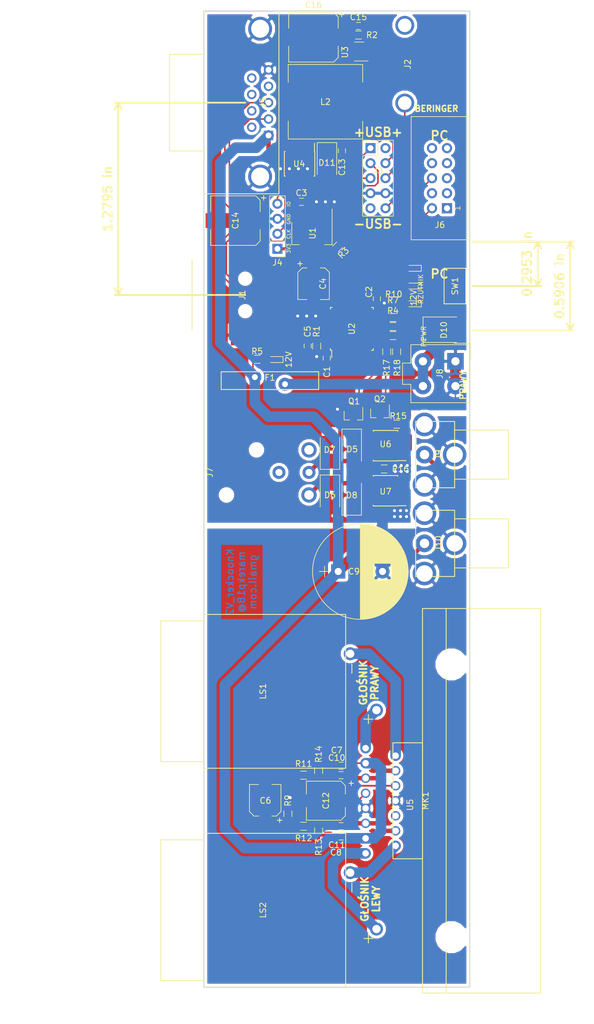
<source format=kicad_pcb>
(kicad_pcb (version 20171130) (host pcbnew "(5.0.0-rc2-dev-311-g1dd4af297)")
  (title_block (title resetUSB) (date 2018-02-14) (rev 1.0) (comment 1 "Projektant: Marek Piotrowski"))
  (layers (0 F.Cu signal) (31 B.Cu signal) (34 B.Paste user) (35 F.Paste user) (36 B.SilkS user) (37 F.SilkS user) (38 B.Mask user) (39 F.Mask user) (44 Edge.Cuts user))
  (net 0 "")
  (net 1 GND)
  (net 2 +5V)
  (net 3 +3V3)
  (net 4 +12V)
  (net 5 "Net-(D1-Pad2)")
  (net 6 "Net-(D2-Pad2)")
  (net 7 "Net-(D6-Pad2)")
  (net 8 /SWDIO)
  (net 9 "Net-(Q1-Pad1)")
  (net 10 "Net-(Q1-Pad3)")
  (net 11 "Net-(Q2-Pad3)")
  (net 12 "Net-(Q2-Pad1)")
  (net 13 /USB_PWR)
  (net 14 /SWCLK)
  (net 15 /RZUTNIK_VBUS)
  (net 16 /RZUTNIK_DP)
  (net 17 /RZUTNIK_DM)
  (net 18 /PC_PWR)
  (net 19 /PC_LED)
  (net 20 /M_IN1)
  (net 21 /M_IN2)
  (net 22 /LED_RED)
  (net 23 /LED_GREEN)
  (net 24 /LED_BLUE)
  (net 25 /PRZYCISK)
  (net 26 "Net-(C10-Pad2)")
  (net 27 "Net-(C10-Pad1)")
  (net 28 "Net-(LS1-Pad2)")
  (net 29 "Net-(LS1-Pad1)")
  (net 30 "Net-(LS2-Pad1)")
  (net 31 "Net-(LS2-Pad2)")
  (net 32 "Net-(C12-Pad1)")
  (net 33 "Net-(C5-Pad1)")
  (net 34 "Net-(C6-Pad1)")
  (net 35 "Net-(C11-Pad2)")
  (net 36 "Net-(C11-Pad1)")
  (net 37 "Net-(D3-Pad2)")
  (net 38 "Net-(D5-Pad2)")
  (net 39 "Net-(J2-Pad5)")
  (net 40 "Net-(J2-Pad3)")
  (net 41 "Net-(J2-Pad2)")
  (net 42 "Net-(J2-Pad1)")
  (net 43 "Net-(D9-Pad2)")
  (net 44 "Net-(J9-Pad1)")
  (net 45 "Net-(J10-Pad1)")
  (net 46 "Net-(D11-Pad1)")
  (net 47 +5P)
  (net 48 /TX)
  (net 49 /RX)
  (net 50 "Net-(D10-Pad1)")
  (net 51 /USB_DP)
  (net 52 /USB_DM)
  (module mpio:SK48-50-SA-3 (layer F.Cu) (at 81.0375 172.4325 90)
    (fp_text reference MK1 (at 0 0.5 90) (layer F.SilkS))
    (fp_text value SK48-50-SA-3)
    (pad "" np_thru_hole circle (at -23.05 4.9 90) (size 4.4 4.4) (drill 4.4) (layers *.Cu *.Mask))
    (pad "" np_thru_hole circle (at 23.05 4.9 90) (size 4.4 4.4) (drill 4.4) (layers *.Cu *.Mask))
  )
  (module mpio:IDC10 (layer F.Cu) (at 85.1855 72.2785 90)
    (fp_text reference J6 (at -2.82 -1.195 -180) (layer F.SilkS))
    (fp_text value Conn_02x05)
    (fp_text user 1 (at 0.02 1.72 90) (layer F.SilkS) (effects (font (thickness 0.12))))
    (pad 1 thru_hole rect (at 0 0 90) (size 1.7272 1.7272) (drill 1.016) (layers *.Cu *.Mask))
    (pad 2 thru_hole oval (at 0 -2.54 90) (size 1.7272 1.7272) (drill 1.016) (layers *.Cu *.Mask) (net 19 /PC_LED))
    (pad 3 thru_hole oval (at 2.54 0 90) (size 1.7272 1.7272) (drill 1.016) (layers *.Cu *.Mask))
    (pad 4 thru_hole oval (at 2.54 -2.54 90) (size 1.7272 1.7272) (drill 1.016) (layers *.Cu *.Mask))
    (pad 5 thru_hole oval (at 5.08 0 90) (size 1.7272 1.7272) (drill 1.016) (layers *.Cu *.Mask))
    (pad 6 thru_hole oval (at 5.08 -2.54 90) (size 1.7272 1.7272) (drill 1.016) (layers *.Cu *.Mask) (net 18 /PC_PWR))
    (pad 7 thru_hole oval (at 7.62 0 90) (size 1.7272 1.7272) (drill 1.016) (layers *.Cu *.Mask))
    (pad 8 thru_hole oval (at 7.62 -2.54 90) (size 1.7272 1.7272) (drill 1.016) (layers *.Cu *.Mask))
    (pad 9 thru_hole oval (at 10.16 0 90) (size 1.7272 1.7272) (drill 1.016) (layers *.Cu *.Mask))
    (pad 10 thru_hole oval (at 10.16 -2.54 90) (size 1.7272 1.7272) (drill 1.016) (layers *.Cu *.Mask))
  )
  (module mpio:RG10A-16 (layer F.Cu) (at 55.2135 101.4165 180)
    (fp_text reference F1 (at 0 0.5 180) (layer F.SilkS))
    (fp_text value RG700-16)
    (pad 2 thru_hole circle (at 2.55 0.6 180) (size 2.2 2.2) (drill 1) (layers *.Cu *.Mask) (net 4 +12V))
    (pad 1 thru_hole circle (at -2.55 -0.6 180) (size 2.2 2.2) (drill 1) (layers *.Cu *.Mask) (net 50 "Net-(D10-Pad1)"))
  )
  (module Capacitors_THT:CP_Radial_D16.0mm_P7.50mm (layer F.Cu) (at 66.7705 133.6745)
    (fp_text reference C9 (at 2.664 0 -180) (layer F.SilkS))
    (fp_text value 4700u)
    (pad 1 thru_hole rect (at 0 0) (size 2.4 2.4) (drill 1.2) (layers *.Cu *.Mask) (net 4 +12V))
    (pad 2 thru_hole circle (at 7.5 0) (size 2.4 2.4) (drill 1.2) (layers *.Cu *.Mask) (net 1 GND))
  )
  (module Resistors_SMD:R_0603 (layer F.Cu) (at 70.1995 42.9965)
    (fp_text reference R2 (at 2.286 0 180) (layer F.SilkS))
    (fp_text value 100K)
    (pad 2 smd rect (at 0.75 0) (size 0.5 0.9) (layers F.Cu F.Paste F.Mask) (net 13 /USB_PWR))
    (pad 1 smd rect (at -0.75 0) (size 0.5 0.9) (layers F.Cu F.Paste F.Mask) (net 2 +5V))
  )
  (module Resistors_SMD:R_0603 (layer F.Cu) (at 76.0415 92.2725 180)
    (fp_text reference R7 (at 0 4.445 180) (layer F.SilkS))
    (fp_text value 6K8)
    (pad 1 smd rect (at -0.75 0 180) (size 0.5 0.9) (layers F.Cu F.Paste F.Mask) (net 6 "Net-(D2-Pad2)"))
    (pad 2 smd rect (at 0.75 0 180) (size 0.5 0.9) (layers F.Cu F.Paste F.Mask) (net 23 /LED_GREEN))
  )
  (module Resistors_SMD:R_0603 (layer F.Cu) (at 76.0415 90.7485 180)
    (fp_text reference R10 (at -0.127 3.937 180) (layer F.SilkS))
    (fp_text value 33K)
    (pad 1 smd rect (at -0.75 0 180) (size 0.5 0.9) (layers F.Cu F.Paste F.Mask) (net 37 "Net-(D3-Pad2)"))
    (pad 2 smd rect (at 0.75 0 180) (size 0.5 0.9) (layers F.Cu F.Paste F.Mask) (net 24 /LED_BLUE))
  )
  (module Resistors_SMD:R_0603 (layer F.Cu) (at 76.0415 93.7965 180)
    (fp_text reference R4 (at 0 4.191 180) (layer F.SilkS))
    (fp_text value 22K)
    (pad 1 smd rect (at -0.75 0 180) (size 0.5 0.9) (layers F.Cu F.Paste F.Mask) (net 5 "Net-(D1-Pad2)"))
    (pad 2 smd rect (at 0.75 0 180) (size 0.5 0.9) (layers F.Cu F.Paste F.Mask) (net 22 /LED_RED))
  )
  (module mpio:DSUB-9 (layer F.Cu) (at 44.0375 54.4325 90)
    (fp_text reference J5 (at 0 10.02 90) (layer F.SilkS))
    (fp_text value DE09-SL-24)
    (pad 9 thru_hole circle (at 4.155 8.1 90) (size 1.6 1.6) (drill 1) (layers *.Cu *.Mask))
    (pad 8 thru_hole circle (at 1.385 8.1 90) (size 1.6 1.6) (drill 1) (layers *.Cu *.Mask))
    (pad 7 thru_hole circle (at -1.385 8.1 90) (size 1.6 1.6) (drill 1) (layers *.Cu *.Mask))
    (pad 6 thru_hole circle (at -4.155 8.1 90) (size 1.6 1.6) (drill 1) (layers *.Cu *.Mask))
    (pad 5 thru_hole circle (at 5.54 10.94 90) (size 1.6 1.6) (drill 1) (layers *.Cu *.Mask) (net 1 GND))
    (pad 4 thru_hole circle (at 2.77 10.94 90) (size 1.6 1.6) (drill 1) (layers *.Cu *.Mask))
    (pad 1 thru_hole rect (at -5.54 10.94 90) (size 1.6 1.6) (drill 1) (layers *.Cu *.Mask) (net 4 +12V))
    (pad 2 thru_hole circle (at -2.77 10.94 90) (size 1.6 1.6) (drill 1) (layers *.Cu *.Mask) (net 48 /TX))
    (pad 3 thru_hole circle (at 0 10.94 90) (size 1.6 1.6) (drill 1) (layers *.Cu *.Mask) (net 49 /RX))
    (pad 0 thru_hole circle (at 12.495 9.52 90) (size 4.05 4.05) (drill 3.05) (layers *.Cu *.Mask) (net 1 GND))
    (pad 0 thru_hole circle (at -12.495 9.52 90) (size 4.05 4.05) (drill 3.05) (layers *.Cu *.Mask) (net 1 GND))
  )
  (module Capacitors_SMD:C_0603 (layer F.Cu) (at 60.5475 71.1905)
    (fp_text reference C3 (at 0 -1.5) (layer F.SilkS))
    (fp_text value 100n)
    (pad 2 smd rect (at 0.75 0) (size 0.8 0.75) (layers F.Cu F.Paste F.Mask) (net 1 GND))
    (pad 1 smd rect (at -0.75 0) (size 0.8 0.75) (layers F.Cu F.Paste F.Mask) (net 47 +5P))
  )
  (module TO_SOT_Packages_SMD:SOT-223-3_TabPin2 (layer F.Cu) (at 62.3255 76.5245 270)
    (fp_text reference U1 (at 0 -0.106459 270) (layer F.SilkS))
    (fp_text value LD1117S33TR)
    (pad 1 smd rect (at -3.15 -2.3 270) (size 2 1.5) (layers F.Cu F.Paste F.Mask) (net 1 GND))
    (pad 3 smd rect (at -3.15 2.3 270) (size 2 1.5) (layers F.Cu F.Paste F.Mask) (net 47 +5P))
    (pad 2 smd rect (at -3.15 0 270) (size 2 1.5) (layers F.Cu F.Paste F.Mask) (net 3 +3V3))
    (pad 2 smd rect (at 3.15 0 270) (size 2 3.8) (layers F.Cu F.Paste F.Mask) (net 3 +3V3))
  )
  (module Capacitors_SMD:C_0603 (layer F.Cu) (at 70.1995 41.4725)
    (fp_text reference C15 (at 0 -1.5) (layer F.SilkS))
    (fp_text value 100n)
    (pad 1 smd rect (at -0.75 0) (size 0.8 0.75) (layers F.Cu F.Paste F.Mask) (net 2 +5V))
    (pad 2 smd rect (at 0.75 0) (size 0.8 0.75) (layers F.Cu F.Paste F.Mask) (net 1 GND))
  )
  (module mpio:TSOP-6_1.65x3.05mm_Pitch0.95mm (layer F.Cu) (at 70.3265 45.7905 180)
    (fp_text reference U3 (at 2.413 -0.1149 90) (layer F.SilkS))
    (fp_text value IRLTS2242)
    (pad 6 smd rect (at 1.16 -0.95 180) (size 0.7 0.51) (layers F.Cu F.Paste F.Mask) (net 42 "Net-(J2-Pad1)"))
    (pad 5 smd rect (at 1.16 0 180) (size 0.7 0.51) (layers F.Cu F.Paste F.Mask) (net 42 "Net-(J2-Pad1)"))
    (pad 4 smd rect (at 1.16 0.95 180) (size 0.7 0.51) (layers F.Cu F.Paste F.Mask) (net 2 +5V))
    (pad 3 smd rect (at -1.16 0.95 180) (size 0.7 0.51) (layers F.Cu F.Paste F.Mask) (net 13 /USB_PWR))
    (pad 2 smd rect (at -1.16 0 180) (size 0.7 0.51) (layers F.Cu F.Paste F.Mask) (net 42 "Net-(J2-Pad1)"))
    (pad 1 smd rect (at -1.16 -0.95 180) (size 0.7 0.51) (layers F.Cu F.Paste F.Mask) (net 42 "Net-(J2-Pad1)"))
  )
  (module Diodes_SMD:D_SMA (layer F.Cu) (at 64.8655 64.5865 270)
    (fp_text reference D11 (at 0 0) (layer F.SilkS))
    (fp_text value SS14)
    (pad 2 smd rect (at 2 0 270) (size 2.5 1.8) (layers F.Cu F.Paste F.Mask) (net 1 GND))
    (pad 1 smd rect (at -2 0 270) (size 2.5 1.8) (layers F.Cu F.Paste F.Mask) (net 46 "Net-(D11-Pad1)"))
  )
  (module Housings_SOIC:SOIC-8_3.9x4.9mm_Pitch1.27mm (layer F.Cu) (at 60.2295 64.7705 270)
    (fp_text reference U4 (at 0 0.063) (layer F.SilkS))
    (fp_text value AP1509-50SG-13)
    (pad 8 smd rect (at 2.7 -1.905 270) (size 1.55 0.6) (layers F.Cu F.Paste F.Mask) (net 1 GND))
    (pad 7 smd rect (at 2.7 -0.635 270) (size 1.55 0.6) (layers F.Cu F.Paste F.Mask) (net 1 GND))
    (pad 6 smd rect (at 2.7 0.635 270) (size 1.55 0.6) (layers F.Cu F.Paste F.Mask) (net 1 GND))
    (pad 5 smd rect (at 2.7 1.905 270) (size 1.55 0.6) (layers F.Cu F.Paste F.Mask) (net 1 GND))
    (pad 4 smd rect (at -2.7 1.905 270) (size 1.55 0.6) (layers F.Cu F.Paste F.Mask) (net 1 GND))
    (pad 3 smd rect (at -2.7 0.635 270) (size 1.55 0.6) (layers F.Cu F.Paste F.Mask) (net 2 +5V))
    (pad 2 smd rect (at -2.7 -0.635 270) (size 1.55 0.6) (layers F.Cu F.Paste F.Mask) (net 46 "Net-(D11-Pad1)"))
    (pad 1 smd rect (at -2.7 -1.905 270) (size 1.55 0.6) (layers F.Cu F.Paste F.Mask) (net 4 +12V))
  )
  (module Capacitors_SMD:C_0603 (layer F.Cu) (at 67.4055 62.5545 90)
    (fp_text reference C13 (at -2.794 0 90) (layer F.SilkS))
    (fp_text value 100n)
    (pad 2 smd rect (at 0.75 0 90) (size 0.8 0.75) (layers F.Cu F.Paste F.Mask) (net 1 GND))
    (pad 1 smd rect (at -0.75 0 90) (size 0.8 0.75) (layers F.Cu F.Paste F.Mask) (net 4 +12V))
  )
  (module Capacitors_SMD:CP_Elec_8x10.5 (layer F.Cu) (at 62.5795 43.3775 180)
    (fp_text reference C16 (at 0 5.45 180) (layer F.SilkS))
    (fp_text value 220u)
    (fp_text user + (at -4.78 3.91 180) (layer F.SilkS))
    (pad 1 smd rect (at -3.05 0) (size 4 2.5) (layers F.Cu F.Paste F.Mask) (net 2 +5V))
    (pad 2 smd rect (at 3.05 0) (size 4 2.5) (layers F.Cu F.Paste F.Mask) (net 1 GND))
  )
  (module Inductors_SMD:L_12x12mm_h6mm (layer F.Cu) (at 64.6115 54.2775 180)
    (fp_text reference L2 (at 0 -0.022 180) (layer F.SilkS))
    (fp_text value 47u)
    (pad 2 smd rect (at 4.95 0 180) (size 2.9 5.4) (layers F.Cu F.Paste F.Mask) (net 2 +5V))
    (pad 1 smd rect (at -4.95 0 180) (size 2.9 5.4) (layers F.Cu F.Paste F.Mask) (net 46 "Net-(D11-Pad1)"))
  )
  (module Capacitors_SMD:CP_Elec_8x10.5 (layer F.Cu) (at 49.3715 74.3655 180)
    (fp_text reference C14 (at 0 0 270) (layer F.SilkS))
    (fp_text value 220u)
    (fp_text user + (at -4.78 3.91 180) (layer F.SilkS))
    (pad 2 smd rect (at 3.05 0) (size 4 2.5) (layers F.Cu F.Paste F.Mask) (net 1 GND))
    (pad 1 smd rect (at -3.05 0) (size 4 2.5) (layers F.Cu F.Paste F.Mask) (net 4 +12V))
  )
  (module mpio:USB-A_SMD (layer F.Cu) (at 78.0375 47.9325 90)
    (fp_text reference J2 (at 0 0.5 90) (layer F.SilkS))
    (fp_text value TUEA4F2SOBHT)
    (pad 1 smd rect (at -3.5 -4.21 90) (size 1 3) (layers F.Cu F.Paste F.Mask) (net 42 "Net-(J2-Pad1)"))
    (pad 2 smd rect (at -1 -4.21 90) (size 1 3) (layers F.Cu F.Paste F.Mask) (net 41 "Net-(J2-Pad2)"))
    (pad 4 smd rect (at 3.5 -4.21 90) (size 1 3) (layers F.Cu F.Paste F.Mask) (net 1 GND))
    (pad 3 smd rect (at 1 -4.21 90) (size 1 3) (layers F.Cu F.Paste F.Mask) (net 40 "Net-(J2-Pad3)"))
    (pad 5 thru_hole circle (at 6.57 0 90) (size 3.2 3.2) (drill 2.3) (layers *.Cu *.Mask) (net 39 "Net-(J2-Pad5)"))
    (pad 5 thru_hole circle (at -6.57 0 90) (size 3.2 3.2) (drill 2.3) (layers *.Cu *.Mask) (net 39 "Net-(J2-Pad5)"))
  )
  (module mpio:AC3MAH-AU-PRE (layer F.Cu) (at 44.0375 116.9325 90)
    (fp_text reference J7 (at 0 1 90) (layer F.SilkS))
    (fp_text value AC3MAH-AU-PRE)
    (pad "" np_thru_hole circle (at -3.81 3.82 90) (size 1.6 1.6) (drill 1.6) (layers *.Cu *.Mask))
    (pad "" np_thru_hole circle (at 3.81 8.9 90) (size 1.6 1.6) (drill 1.6) (layers *.Cu *.Mask))
    (pad 4 thru_hole circle (at 0 12.71 90) (size 2.2 2.2) (drill 1.2) (layers *.Cu *.Mask))
    (pad 3 thru_hole circle (at 0 17.79 90) (size 2.2 2.2) (drill 1.2) (layers *.Cu *.Mask) (net 38 "Net-(D5-Pad2)"))
    (pad 2 thru_hole circle (at -3.81 17.79 90) (size 2.6 2.6) (drill 1.6) (layers *.Cu *.Mask) (net 7 "Net-(D6-Pad2)"))
    (pad 1 thru_hole circle (at 3.81 17.79 90) (size 2.6 2.6) (drill 1.6) (layers *.Cu *.Mask))
  )
  (module mpio:USB-B_SMD (layer F.Cu) (at 51.0375 86.9325 270)
    (fp_text reference J1 (at 0 0.5 270) (layer F.SilkS))
    (fp_text value USBB-G-SMD)
    (pad 1 smd rect (at 1.875 -7 270) (size 0.7 3) (layers F.Cu F.Paste F.Mask) (net 15 /RZUTNIK_VBUS))
    (pad 3 smd rect (at -1.875 -7 270) (size 0.7 3) (layers F.Cu F.Paste F.Mask) (net 16 /RZUTNIK_DP))
    (pad 4 smd rect (at 0.625 -7 270) (size 0.7 3) (layers F.Cu F.Paste F.Mask) (net 1 GND))
    (pad 2 smd rect (at -0.625 -7 270) (size 0.7 3) (layers F.Cu F.Paste F.Mask) (net 17 /RZUTNIK_DM))
    (pad 5 smd rect (at 6.8 0 270) (size 3.4 6.04) (drill (offset 0 -0.58)) (layers F.Cu F.Paste F.Mask) (net 1 GND))
    (pad 5 smd rect (at -6.8 0 270) (size 3.4 6.04) (drill (offset 0 -0.58)) (layers F.Cu F.Paste F.Mask) (net 1 GND))
    (pad "" np_thru_hole circle (at 2.75 0 270) (size 1.4 1.4) (drill 1.4) (layers *.Cu *.Mask))
    (pad "" np_thru_hole circle (at -2.75 0 270) (size 1.4 1.4) (drill 1.4) (layers *.Cu *.Mask))
  )
  (module mpio:FC68391 (layer F.Cu) (at 86.474 113.9245 90)
    (fp_text reference J9 (at 0 -2.7385 90) (layer F.SilkS))
    (fp_text value FC68391)
    (pad 2 thru_hole circle (at 5.1 -5.1 90) (size 4 4) (drill 2.8) (layers *.Cu *.Mask) (net 1 GND))
    (pad 2 thru_hole circle (at -5.1 -5.1 90) (size 4 4) (drill 2.8) (layers *.Cu *.Mask) (net 1 GND))
    (pad 1 thru_hole circle (at 0 -5.1 90) (size 3 3) (drill 1.6) (layers *.Cu *.Mask) (net 44 "Net-(J9-Pad1)"))
    (pad 2 thru_hole circle (at 0 0 90) (size 4 4) (drill 2.8) (layers *.Cu *.Mask) (net 1 GND))
  )
  (module Resistors_SMD:R_0603 (layer F.Cu) (at 60.917 176.7435)
    (fp_text reference R12 (at 0 2.016) (layer F.SilkS))
    (fp_text value 4K7)
    (pad 2 smd rect (at 0.75 0) (size 0.5 0.9) (layers F.Cu F.Paste F.Mask) (net 36 "Net-(C11-Pad1)"))
    (pad 1 smd rect (at -0.75 0) (size 0.5 0.9) (layers F.Cu F.Paste F.Mask) (net 45 "Net-(J10-Pad1)"))
  )
  (module Capacitors_SMD:CP_Elec_6.3x5.3 (layer F.Cu) (at 64.687 172.422 180)
    (fp_text reference C12 (at 0 0 270) (layer F.SilkS))
    (fp_text value 47u)
    (fp_text user + (at -4.28 3.01 180) (layer F.SilkS))
    (pad 2 smd rect (at 2.7 0) (size 3.5 1.6) (layers F.Cu F.Paste F.Mask) (net 1 GND))
    (pad 1 smd rect (at -2.7 0) (size 3.5 1.6) (layers F.Cu F.Paste F.Mask) (net 32 "Net-(C12-Pad1)"))
  )
  (module Resistors_SMD:R_0603 (layer F.Cu) (at 63.457 167.3455 90)
    (fp_text reference R14 (at 2.794 0 90) (layer F.SilkS))
    (fp_text value 10K)
    (pad 2 smd rect (at 0.75 0 90) (size 0.5 0.9) (layers F.Cu F.Paste F.Mask) (net 1 GND))
    (pad 1 smd rect (at -0.75 0 90) (size 0.5 0.9) (layers F.Cu F.Paste F.Mask) (net 27 "Net-(C10-Pad1)"))
  )
  (module mpio:FC68391 (layer F.Cu) (at 86.474 128.9245 90)
    (fp_text reference J10 (at 0 -2.7385 90) (layer F.SilkS))
    (fp_text value FC68391)
    (pad 2 thru_hole circle (at 0 0 90) (size 4 4) (drill 2.8) (layers *.Cu *.Mask) (net 1 GND))
    (pad 1 thru_hole circle (at 0 -5.1 90) (size 3 3) (drill 1.6) (layers *.Cu *.Mask) (net 45 "Net-(J10-Pad1)"))
    (pad 2 thru_hole circle (at -5.1 -5.1 90) (size 4 4) (drill 2.8) (layers *.Cu *.Mask) (net 1 GND))
    (pad 2 thru_hole circle (at 5.1 -5.1 90) (size 4 4) (drill 2.8) (layers *.Cu *.Mask) (net 1 GND))
  )
  (module Capacitors_SMD:CP_Elec_5x5.3 (layer F.Cu) (at 54.443 172.3445 90)
    (fp_text reference C6 (at -0.065 0.0085 180) (layer F.SilkS))
    (fp_text value 10u)
    (fp_text user + (at -3.38 2.34 90) (layer F.SilkS))
    (pad 2 smd rect (at 2.2 0 270) (size 3 1.6) (layers F.Cu F.Paste F.Mask) (net 1 GND))
    (pad 1 smd rect (at -2.2 0 270) (size 3 1.6) (layers F.Cu F.Paste F.Mask) (net 34 "Net-(C6-Pad1)"))
  )
  (module Resistors_SMD:R_0603 (layer F.Cu) (at 63.457 177.5055 270)
    (fp_text reference R13 (at 2.778 -0.0115 90) (layer F.SilkS))
    (fp_text value 10K)
    (pad 2 smd rect (at 0.75 0 270) (size 0.5 0.9) (layers F.Cu F.Paste F.Mask) (net 1 GND))
    (pad 1 smd rect (at -0.75 0 270) (size 0.5 0.9) (layers F.Cu F.Paste F.Mask) (net 36 "Net-(C11-Pad1)"))
  )
  (module Capacitors_SMD:C_0603 (layer F.Cu) (at 67.267 176.74)
    (fp_text reference C11 (at -0.7295 3.1625) (layer F.SilkS))
    (fp_text value 0.47u)
    (pad 1 smd rect (at -0.75 0) (size 0.8 0.75) (layers F.Cu F.Paste F.Mask) (net 36 "Net-(C11-Pad1)"))
    (pad 2 smd rect (at 0.75 0) (size 0.8 0.75) (layers F.Cu F.Paste F.Mask) (net 35 "Net-(C11-Pad2)"))
  )
  (module Capacitors_SMD:C_0603 (layer F.Cu) (at 67.255 168.1075)
    (fp_text reference C10 (at -0.7385 -2.937) (layer F.SilkS))
    (fp_text value 0.47u)
    (pad 1 smd rect (at -0.75 0) (size 0.8 0.75) (layers F.Cu F.Paste F.Mask) (net 27 "Net-(C10-Pad1)"))
    (pad 2 smd rect (at 0.75 0) (size 0.8 0.75) (layers F.Cu F.Paste F.Mask) (net 26 "Net-(C10-Pad2)"))
  )
  (module Capacitors_SMD:C_0603 (layer F.Cu) (at 67.267 166.5175 180)
    (fp_text reference C7 (at 0.7505 2.617 180) (layer F.SilkS))
    (fp_text value 100n)
    (pad 1 smd rect (at -0.75 0 180) (size 0.8 0.75) (layers F.Cu F.Paste F.Mask) (net 4 +12V))
    (pad 2 smd rect (at 0.75 0 180) (size 0.8 0.75) (layers F.Cu F.Paste F.Mask) (net 1 GND))
  )
  (module Capacitors_SMD:C_0603 (layer F.Cu) (at 67.267 178.4555 180)
    (fp_text reference C8 (at 0.8775 -2.717 180) (layer F.SilkS))
    (fp_text value 100n)
    (pad 1 smd rect (at -0.75 0 180) (size 0.8 0.75) (layers F.Cu F.Paste F.Mask) (net 4 +12V))
    (pad 2 smd rect (at 0.75 0 180) (size 0.8 0.75) (layers F.Cu F.Paste F.Mask) (net 1 GND))
  )
  (module Resistors_SMD:R_0603 (layer F.Cu) (at 60.917 168.1075)
    (fp_text reference R11 (at 0.0115 -1.921) (layer F.SilkS))
    (fp_text value 4K7)
    (pad 2 smd rect (at 0.75 0) (size 0.5 0.9) (layers F.Cu F.Paste F.Mask) (net 27 "Net-(C10-Pad1)"))
    (pad 1 smd rect (at -0.75 0) (size 0.5 0.9) (layers F.Cu F.Paste F.Mask) (net 44 "Net-(J9-Pad1)"))
  )
  (module mpio:MULTIWATT15 (layer F.Cu) (at 81.0375 172.4325 270)
    (fp_text reference U5 (at 0.7 2.1 270) (layer F.SilkS))
    (fp_text value TDA7375)
    (pad 15 thru_hole circle (at 8.89 9.63 270) (size 1.6 1.6) (drill 1.1) (layers *.Cu *.Mask) (net 30 "Net-(LS2-Pad1)"))
    (pad 13 thru_hole circle (at 6.35 9.63 270) (size 1.6 1.6) (drill 1.1) (layers *.Cu *.Mask) (net 4 +12V))
    (pad 11 thru_hole circle (at 3.81 9.63 270) (size 1.6 1.6) (drill 1.1) (layers *.Cu *.Mask) (net 35 "Net-(C11-Pad2)"))
    (pad 9 thru_hole circle (at 1.27 9.63 270) (size 1.6 1.6) (drill 1.1) (layers *.Cu *.Mask) (net 1 GND))
    (pad 7 thru_hole circle (at -1.27 9.63 270) (size 1.6 1.6) (drill 1.1) (layers *.Cu *.Mask) (net 34 "Net-(C6-Pad1)"))
    (pad 5 thru_hole circle (at -3.81 9.63 270) (size 1.6 1.6) (drill 1.1) (layers *.Cu *.Mask) (net 26 "Net-(C10-Pad2)"))
    (pad 3 thru_hole circle (at -6.35 9.63 270) (size 1.6 1.6) (drill 1.1) (layers *.Cu *.Mask) (net 4 +12V))
    (pad 1 thru_hole circle (at -8.89 9.63 270) (size 1.6 1.6) (drill 1.1) (layers *.Cu *.Mask) (net 29 "Net-(LS1-Pad1)"))
    (pad 14 thru_hole circle (at 7.62 4.55 270) (size 1.6 1.6) (drill 1.1) (layers *.Cu *.Mask) (net 31 "Net-(LS2-Pad2)"))
    (pad 12 thru_hole circle (at 5.08 4.55 270) (size 1.6 1.6) (drill 1.1) (layers *.Cu *.Mask) (net 35 "Net-(C11-Pad2)"))
    (pad 10 thru_hole circle (at 2.54 4.55 270) (size 1.6 1.6) (drill 1.1) (layers *.Cu *.Mask))
    (pad 2 thru_hole circle (at -7.62 4.55 270) (size 1.6 1.6) (drill 1.1) (layers *.Cu *.Mask) (net 28 "Net-(LS1-Pad2)"))
    (pad 4 thru_hole circle (at -5.08 4.55 270) (size 1.6 1.6) (drill 1.1) (layers *.Cu *.Mask) (net 26 "Net-(C10-Pad2)"))
    (pad 6 thru_hole circle (at -2.54 4.55 270) (size 1.6 1.6) (drill 1.1) (layers *.Cu *.Mask) (net 32 "Net-(C12-Pad1)"))
    (pad 8 thru_hole circle (at 0 4.55 270) (size 1.6 1.6) (drill 1.1) (layers *.Cu *.Mask) (net 1 GND))
  )
  (module Resistors_SMD:R_0603 (layer F.Cu) (at 58.253 174.6305 270)
    (fp_text reference R9 (at -2.221 -0.0085 90) (layer F.SilkS))
    (fp_text value 47K)
    (pad 2 smd rect (at 0.75 0 270) (size 0.5 0.9) (layers F.Cu F.Paste F.Mask) (net 34 "Net-(C6-Pad1)"))
    (pad 1 smd rect (at -0.75 0 270) (size 0.5 0.9) (layers F.Cu F.Paste F.Mask) (net 4 +12V))
  )
  (module mpio:NLJ2MD-H (layer F.Cu) (at 44.0375 153.9325 270)
    (fp_text reference LS1 (at 0 -10 270) (layer F.SilkS))
    (fp_text value NLJ2MD-H)
    (fp_text user + (at 4.696 -27.686 270) (layer F.SilkS) (effects (font (size 2 2))))
    (fp_text user - (at -3.81 -24.892 270) (layer F.SilkS) (effects (font (size 2 2))))
    (pad 2 thru_hole circle (at -6.35 -24.77 270) (size 2.2 2.2) (drill 1.4) (layers *.Cu *.Mask) (net 28 "Net-(LS1-Pad2)"))
    (pad 1 thru_hole circle (at 3.18 -29.21 270) (size 2.2 2.2) (drill 1.4) (layers *.Cu *.Mask) (net 29 "Net-(LS1-Pad1)"))
  )
  (module mpio:NLJ2MD-H (layer F.Cu) (at 44.0375 190.9325 270)
    (fp_text reference LS2 (at 0 -10 270) (layer F.SilkS))
    (fp_text value NLJ2MD-H)
    (fp_text user + (at 4.78 -27.686 270) (layer F.SilkS) (effects (font (size 2 2))))
    (fp_text user - (at -3.81 -24.892 270) (layer F.SilkS) (effects (font (size 2 2))))
    (pad 2 thru_hole circle (at -6.35 -24.77 270) (size 2.2 2.2) (drill 1.4) (layers *.Cu *.Mask) (net 31 "Net-(LS2-Pad2)"))
    (pad 1 thru_hole circle (at 3.18 -29.21 270) (size 2.2 2.2) (drill 1.4) (layers *.Cu *.Mask) (net 30 "Net-(LS2-Pad1)"))
  )
  (module mpio:Molex_MiniFit-JR-5556-04A_2x02x4.20mm_Straight (layer F.Cu) (at 86.6135 98.1465 270)
    (fp_text reference J8 (at 2.1 2.654 270) (layer F.SilkS))
    (fp_text value "Mini-Fit Jr; 4,2mm")
    (pad 4 thru_hole circle (at 4.2 5.5 270) (size 2.8 2.8) (drill 1.4) (layers *.Cu *.Mask) (net 50 "Net-(D10-Pad1)"))
    (pad 3 thru_hole circle (at 0 5.5 270) (size 2.8 2.8) (drill 1.4) (layers *.Cu *.Mask) (net 50 "Net-(D10-Pad1)"))
    (pad 2 thru_hole circle (at 4.2 0 270) (size 2.8 2.8) (drill 1.4) (layers *.Cu *.Mask) (net 1 GND))
    (pad 1 thru_hole rect (at 0 0 270) (size 2.8 2.8) (drill 1.4) (layers *.Cu *.Mask) (net 1 GND))
  )
  (module Diodes_SMD:D_SMA (layer F.Cu) (at 65.373 113.0152 90)
    (fp_text reference D7 (at -0.0948 -0.0585 180) (layer F.SilkS))
    (fp_text value US1D)
    (pad 2 smd rect (at 2 0 90) (size 2.5 1.8) (layers F.Cu F.Paste F.Mask) (net 1 GND))
    (pad 1 smd rect (at -2 0 90) (size 2.5 1.8) (layers F.Cu F.Paste F.Mask) (net 38 "Net-(D5-Pad2)"))
  )
  (module Diodes_SMD:D_SMA (layer F.Cu) (at 69.056 113.0152 270)
    (fp_text reference D5 (at 0 -0.0685) (layer F.SilkS))
    (fp_text value US1D)
    (pad 2 smd rect (at 2 0 270) (size 2.5 1.8) (layers F.Cu F.Paste F.Mask) (net 38 "Net-(D5-Pad2)"))
    (pad 1 smd rect (at -2 0 270) (size 2.5 1.8) (layers F.Cu F.Paste F.Mask) (net 4 +12V))
  )
  (module Diodes_SMD:D_SMA (layer F.Cu) (at 65.373 120.7622 270)
    (fp_text reference D8 (at 0.0313 -3.688) (layer F.SilkS))
    (fp_text value US1D)
    (pad 2 smd rect (at 2 0 270) (size 2.5 1.8) (layers F.Cu F.Paste F.Mask) (net 1 GND))
    (pad 1 smd rect (at -2 0 270) (size 2.5 1.8) (layers F.Cu F.Paste F.Mask) (net 7 "Net-(D6-Pad2)"))
  )
  (module TO_SOT_Packages_SMD:SOT-23 (layer F.Cu) (at 69.3515 107.2985 270)
    (fp_text reference Q1 (at -2.3835 -0.104) (layer F.SilkS))
    (fp_text value BC817)
    (pad 3 smd rect (at 1 0 270) (size 0.9 0.8) (layers F.Cu F.Paste F.Mask) (net 10 "Net-(Q1-Pad3)"))
    (pad 2 smd rect (at -1 0.95 270) (size 0.9 0.8) (layers F.Cu F.Paste F.Mask) (net 1 GND))
    (pad 1 smd rect (at -1 -0.95 270) (size 0.9 0.8) (layers F.Cu F.Paste F.Mask) (net 9 "Net-(Q1-Pad1)"))
  )
  (module TO_SOT_Packages_SMD:SOT-23 (layer F.Cu) (at 73.8465 106.921 270)
    (fp_text reference Q2 (at -2.3835 0.023) (layer F.SilkS))
    (fp_text value BC817)
    (pad 3 smd rect (at 1 0 270) (size 0.9 0.8) (layers F.Cu F.Paste F.Mask) (net 11 "Net-(Q2-Pad3)"))
    (pad 2 smd rect (at -1 0.95 270) (size 0.9 0.8) (layers F.Cu F.Paste F.Mask) (net 1 GND))
    (pad 1 smd rect (at -1 -0.95 270) (size 0.9 0.8) (layers F.Cu F.Paste F.Mask) (net 12 "Net-(Q2-Pad1)"))
  )
  (module Diodes_SMD:D_SMA (layer F.Cu) (at 69.056 120.7622 90)
    (fp_text reference D6 (at 0 -3.678 180) (layer F.SilkS))
    (fp_text value US1D)
    (pad 2 smd rect (at 2 0 90) (size 2.5 1.8) (layers F.Cu F.Paste F.Mask) (net 7 "Net-(D6-Pad2)"))
    (pad 1 smd rect (at -2 0 90) (size 2.5 1.8) (layers F.Cu F.Paste F.Mask) (net 4 +12V))
  )
  (module mpio:SOIC-8_3.9x4.9mm_Pitch1.27mm (layer F.Cu) (at 74.7837 112.4136 180)
    (fp_text reference U6 (at 0 0.2621 180) (layer F.SilkS))
    (fp_text value AO4616)
    (pad 8 smd rect (at 2.7 -1.905 180) (size 1.55 0.6) (layers F.Cu F.Paste F.Mask) (net 38 "Net-(D5-Pad2)"))
    (pad 7 smd rect (at 2.7 -0.635 180) (size 1.55 0.6) (layers F.Cu F.Paste F.Mask) (net 38 "Net-(D5-Pad2)"))
    (pad 6 smd rect (at 2.7 0.635 180) (size 1.55 0.6) (layers F.Cu F.Paste F.Mask) (net 38 "Net-(D5-Pad2)"))
    (pad 5 smd rect (at 2.7 1.905 180) (size 1.55 0.6) (layers F.Cu F.Paste F.Mask) (net 38 "Net-(D5-Pad2)"))
    (pad 4 smd rect (at -2.7 1.905 180) (size 1.55 0.6) (layers F.Cu F.Paste F.Mask) (net 10 "Net-(Q1-Pad3)"))
    (pad 3 smd rect (at -2.7 0.635 180) (size 1.55 0.6) (layers F.Cu F.Paste F.Mask) (net 4 +12V))
    (pad 2 smd rect (at -2.7 -0.635 180) (size 1.55 0.6) (layers F.Cu F.Paste F.Mask) (net 10 "Net-(Q1-Pad3)"))
    (pad 1 smd rect (at -2.7 -1.905 180) (size 1.55 0.6) (layers F.Cu F.Paste F.Mask) (net 1 GND))
  )
  (module mpio:SOIC-8_3.9x4.9mm_Pitch1.27mm (layer F.Cu) (at 74.7837 120.0336 180)
    (fp_text reference U7 (at 0 -0.1179 180) (layer F.SilkS))
    (fp_text value AO4616)
    (pad 8 smd rect (at 2.7 -1.905 180) (size 1.55 0.6) (layers F.Cu F.Paste F.Mask) (net 7 "Net-(D6-Pad2)"))
    (pad 7 smd rect (at 2.7 -0.635 180) (size 1.55 0.6) (layers F.Cu F.Paste F.Mask) (net 7 "Net-(D6-Pad2)"))
    (pad 6 smd rect (at 2.7 0.635 180) (size 1.55 0.6) (layers F.Cu F.Paste F.Mask) (net 7 "Net-(D6-Pad2)"))
    (pad 5 smd rect (at 2.7 1.905 180) (size 1.55 0.6) (layers F.Cu F.Paste F.Mask) (net 7 "Net-(D6-Pad2)"))
    (pad 4 smd rect (at -2.7 1.905 180) (size 1.55 0.6) (layers F.Cu F.Paste F.Mask) (net 11 "Net-(Q2-Pad3)"))
    (pad 3 smd rect (at -2.7 0.635 180) (size 1.55 0.6) (layers F.Cu F.Paste F.Mask) (net 4 +12V))
    (pad 2 smd rect (at -2.7 -0.635 180) (size 1.55 0.6) (layers F.Cu F.Paste F.Mask) (net 11 "Net-(Q2-Pad3)"))
    (pad 1 smd rect (at -2.7 -1.905 180) (size 1.55 0.6) (layers F.Cu F.Paste F.Mask) (net 1 GND))
  )
  (module Resistors_SMD:R_0603 (layer F.Cu) (at 74.546 116.3485 180)
    (fp_text reference R16 (at -2.7655 0 180) (layer F.SilkS))
    (fp_text value 10K)
    (pad 2 smd rect (at 0.75 0 180) (size 0.5 0.9) (layers F.Cu F.Paste F.Mask) (net 4 +12V))
    (pad 1 smd rect (at -0.75 0 180) (size 0.5 0.9) (layers F.Cu F.Paste F.Mask) (net 11 "Net-(Q2-Pad3)"))
  )
  (module Resistors_SMD:R_0603 (layer F.Cu) (at 76.6683 108.7793 180)
    (fp_text reference R15 (at -0.2622 1.3938 180) (layer F.SilkS))
    (fp_text value 10K)
    (pad 2 smd rect (at 0.75 0 180) (size 0.5 0.9) (layers F.Cu F.Paste F.Mask) (net 4 +12V))
    (pad 1 smd rect (at -0.75 0 180) (size 0.5 0.9) (layers F.Cu F.Paste F.Mask) (net 10 "Net-(Q1-Pad3)"))
  )
  (module LEDs:LED_0603 (layer F.Cu) (at 56.1335 97.853 180)
    (fp_text reference D9 hide)
    (fp_text value RED)
    (pad 1 smd rect (at -0.8 0) (size 0.8 0.8) (layers F.Cu F.Paste F.Mask) (net 1 GND))
    (pad 2 smd rect (at 0.8 0) (size 0.8 0.8) (layers F.Cu F.Paste F.Mask) (net 43 "Net-(D9-Pad2)"))
  )
  (module Resistors_SMD:R_0603 (layer F.Cu) (at 53.0855 97.8115)
    (fp_text reference R5 (at -0.031 -1.348) (layer F.SilkS))
    (fp_text value 100K)
    (pad 2 smd rect (at 0.75 0) (size 0.5 0.9) (layers F.Cu F.Paste F.Mask) (net 43 "Net-(D9-Pad2)"))
    (pad 1 smd rect (at -0.75 0) (size 0.5 0.9) (layers F.Cu F.Paste F.Mask) (net 4 +12V))
  )
  (module Housings_QFP:LQFP-32_7x7mm_Pitch0.8mm (layer F.Cu) (at 69.075643 92.665728 90)
    (fp_text reference U2 (at 0 -0.004143 90) (layer F.SilkS))
    (fp_text value STM32F042K6Tx)
    (pad 1 smd rect (at -4.25 -2.8 90) (size 1.2 0.6) (layers F.Cu F.Paste F.Mask) (net 3 +3V3))
    (pad 2 smd rect (at -4.25 -2 90) (size 1.2 0.6) (layers F.Cu F.Paste F.Mask))
    (pad 3 smd rect (at -4.25 -1.2 90) (size 1.2 0.6) (layers F.Cu F.Paste F.Mask))
    (pad 4 smd rect (at -4.25 -0.4 90) (size 1.2 0.6) (layers F.Cu F.Paste F.Mask))
    (pad 5 smd rect (at -4.25 0.4 90) (size 1.2 0.6) (layers F.Cu F.Paste F.Mask) (net 3 +3V3))
    (pad 6 smd rect (at -4.25 1.2 90) (size 1.2 0.6) (layers F.Cu F.Paste F.Mask))
    (pad 7 smd rect (at -4.25 2 90) (size 1.2 0.6) (layers F.Cu F.Paste F.Mask))
    (pad 8 smd rect (at -4.25 2.8 90) (size 1.2 0.6) (layers F.Cu F.Paste F.Mask) (net 48 /TX))
    (pad 9 smd rect (at -2.8 4.25 180) (size 1.2 0.6) (layers F.Cu F.Paste F.Mask) (net 49 /RX))
    (pad 10 smd rect (at -2 4.25 180) (size 1.2 0.6) (layers F.Cu F.Paste F.Mask) (net 20 /M_IN1))
    (pad 11 smd rect (at -1.2 4.25 180) (size 1.2 0.6) (layers F.Cu F.Paste F.Mask) (net 21 /M_IN2))
    (pad 12 smd rect (at -0.4 4.25 180) (size 1.2 0.6) (layers F.Cu F.Paste F.Mask) (net 22 /LED_RED))
    (pad 13 smd rect (at 0.4 4.25 180) (size 1.2 0.6) (layers F.Cu F.Paste F.Mask) (net 23 /LED_GREEN))
    (pad 14 smd rect (at 1.2 4.25 180) (size 1.2 0.6) (layers F.Cu F.Paste F.Mask) (net 24 /LED_BLUE))
    (pad 15 smd rect (at 2 4.25 180) (size 1.2 0.6) (layers F.Cu F.Paste F.Mask) (net 25 /PRZYCISK))
    (pad 16 smd rect (at 2.8 4.25 180) (size 1.2 0.6) (layers F.Cu F.Paste F.Mask) (net 1 GND))
    (pad 17 smd rect (at 4.25 2.8 90) (size 1.2 0.6) (layers F.Cu F.Paste F.Mask) (net 3 +3V3))
    (pad 18 smd rect (at 4.25 2 90) (size 1.2 0.6) (layers F.Cu F.Paste F.Mask) (net 19 /PC_LED))
    (pad 19 smd rect (at 4.25 1.2 90) (size 1.2 0.6) (layers F.Cu F.Paste F.Mask) (net 18 /PC_PWR))
    (pad 20 smd rect (at 4.25 0.4 90) (size 1.2 0.6) (layers F.Cu F.Paste F.Mask) (net 13 /USB_PWR))
    (pad 21 smd rect (at 4.25 -0.4 90) (size 1.2 0.6) (layers F.Cu F.Paste F.Mask) (net 52 /USB_DM))
    (pad 22 smd rect (at 4.25 -1.2 90) (size 1.2 0.6) (layers F.Cu F.Paste F.Mask) (net 51 /USB_DP))
    (pad 23 smd rect (at 4.25 -2 90) (size 1.2 0.6) (layers F.Cu F.Paste F.Mask) (net 8 /SWDIO))
    (pad 24 smd rect (at 4.25 -2.8 90) (size 1.2 0.6) (layers F.Cu F.Paste F.Mask) (net 14 /SWCLK))
    (pad 25 smd rect (at 2.8 -4.25 180) (size 1.2 0.6) (layers F.Cu F.Paste F.Mask))
    (pad 26 smd rect (at 2 -4.25 180) (size 1.2 0.6) (layers F.Cu F.Paste F.Mask))
    (pad 27 smd rect (at 1.2 -4.25 180) (size 1.2 0.6) (layers F.Cu F.Paste F.Mask))
    (pad 28 smd rect (at 0.4 -4.25 180) (size 1.2 0.6) (layers F.Cu F.Paste F.Mask) (net 15 /RZUTNIK_VBUS))
    (pad 29 smd rect (at -0.4 -4.25 180) (size 1.2 0.6) (layers F.Cu F.Paste F.Mask) (net 17 /RZUTNIK_DM))
    (pad 30 smd rect (at -1.2 -4.25 180) (size 1.2 0.6) (layers F.Cu F.Paste F.Mask) (net 16 /RZUTNIK_DP))
    (pad 31 smd rect (at -2 -4.25 180) (size 1.2 0.6) (layers F.Cu F.Paste F.Mask) (net 33 "Net-(C5-Pad1)"))
    (pad 32 smd rect (at -2.8 -4.25 180) (size 1.2 0.6) (layers F.Cu F.Paste F.Mask) (net 1 GND))
  )
  (module Resistors_SMD:R_0603 (layer F.Cu) (at 63.127202 95.570624 90)
    (fp_text reference R1 (at 2.464124 -0.024702 90) (layer F.SilkS))
    (fp_text value 100K)
    (pad 1 smd rect (at -0.75 0 90) (size 0.5 0.9) (layers F.Cu F.Paste F.Mask) (net 1 GND))
    (pad 2 smd rect (at 0.75 0 90) (size 0.5 0.9) (layers F.Cu F.Paste F.Mask) (net 33 "Net-(C5-Pad1)"))
  )
  (module Capacitors_SMD:C_0603 (layer F.Cu) (at 61.603202 95.558624 270)
    (fp_text reference C5 (at -2.452124 0.024702 270) (layer F.SilkS))
    (fp_text value 100n)
    (pad 2 smd rect (at 0.75 0 270) (size 0.8 0.75) (layers F.Cu F.Paste F.Mask) (net 1 GND))
    (pad 1 smd rect (at -0.75 0 270) (size 0.8 0.75) (layers F.Cu F.Paste F.Mask) (net 33 "Net-(C5-Pad1)"))
  )
  (module Capacitors_SMD:CP_Elec_5x5.3 (layer F.Cu) (at 62.5795 85.0335 270)
    (fp_text reference C4 (at 0 -1.6008 270) (layer F.SilkS))
    (fp_text value 10u)
    (fp_text user + (at -3.38 2.34 270) (layer F.SilkS))
    (pad 2 smd rect (at 2.2 0 90) (size 3 1.6) (layers F.Cu F.Paste F.Mask) (net 1 GND))
    (pad 1 smd rect (at -2.2 0 90) (size 3 1.6) (layers F.Cu F.Paste F.Mask) (net 3 +3V3))
  )
  (module mpio:SW_3x6_1,6x7,4 (layer F.Cu) (at 86.5375 85.4325 90)
    (fp_text reference SW1 (at 0 0 90) (layer F.SilkS))
    (fp_text value "TACTM-34N-F " hide)
    (pad 2 smd rect (at 3.7 0 90) (size 2.18 1.6) (layers F.Cu F.Paste F.Mask) (net 25 /PRZYCISK))
    (pad 1 smd rect (at -3.7 0 90) (size 2.18 1.6) (layers F.Cu F.Paste F.Mask) (net 1 GND))
  )
  (module Resistors_SMD:R_0603 (layer F.Cu) (at 66.6435 78.8105 225)
    (fp_text reference R3 (at 0 -1.45 225) (layer F.SilkS))
    (fp_text value 100K)
    (pad 2 smd rect (at 0.75 0 225) (size 0.5 0.9) (layers F.Cu F.Paste F.Mask) (net 3 +3V3))
    (pad 1 smd rect (at -0.75 0 225) (size 0.5 0.9) (layers F.Cu F.Paste F.Mask) (net 8 /SWDIO))
  )
  (module LEDs:LED_0603 (layer F.Cu) (at 79.5375 88.4325 180)
    (fp_text reference D1 hide)
    (fp_text value RED)
    (pad 1 smd rect (at -0.8 0) (size 0.8 0.8) (layers F.Cu F.Paste F.Mask) (net 1 GND))
    (pad 2 smd rect (at 0.8 0) (size 0.8 0.8) (layers F.Cu F.Paste F.Mask) (net 5 "Net-(D1-Pad2)"))
  )
  (module LEDs:LED_0603 (layer F.Cu) (at 79.5375 82.4325 180)
    (fp_text reference D3 hide)
    (fp_text value BLUE)
    (pad 1 smd rect (at -0.8 0) (size 0.8 0.8) (layers F.Cu F.Paste F.Mask) (net 1 GND))
    (pad 2 smd rect (at 0.8 0) (size 0.8 0.8) (layers F.Cu F.Paste F.Mask) (net 37 "Net-(D3-Pad2)"))
  )
  (module Resistors_SMD:R_0603 (layer F.Cu) (at 76.6553 96.5293 90)
    (fp_text reference R18 (at -2.7282 0.0847 90) (layer F.SilkS))
    (fp_text value 10K)
    (pad 1 smd rect (at -0.75 0 90) (size 0.5 0.9) (layers F.Cu F.Paste F.Mask) (net 12 "Net-(Q2-Pad1)"))
    (pad 2 smd rect (at 0.75 0 90) (size 0.5 0.9) (layers F.Cu F.Paste F.Mask) (net 21 /M_IN2))
  )
  (module Capacitors_SMD:C_0603 (layer F.Cu) (at 64.8297 97.6023 90)
    (fp_text reference C1 (at -2.3537 0.0358 90) (layer F.SilkS))
    (fp_text value 100n)
    (pad 2 smd rect (at 0.75 0 90) (size 0.8 0.75) (layers F.Cu F.Paste F.Mask) (net 1 GND))
    (pad 1 smd rect (at -0.75 0 90) (size 0.8 0.75) (layers F.Cu F.Paste F.Mask) (net 3 +3V3))
  )
  (module Capacitors_SMD:C_0603 (layer F.Cu) (at 73.3133 87.5693 270)
    (fp_text reference C2 (at -1.1388 1.3358 270) (layer F.SilkS))
    (fp_text value 100n)
    (pad 1 smd rect (at -0.75 0 270) (size 0.8 0.75) (layers F.Cu F.Paste F.Mask) (net 3 +3V3))
    (pad 2 smd rect (at 0.75 0 270) (size 0.8 0.75) (layers F.Cu F.Paste F.Mask) (net 1 GND))
  )
  (module LEDs:LED_0603 (layer F.Cu) (at 79.5375 85.4325 180)
    (fp_text reference D2 hide)
    (fp_text value GREEN)
    (pad 2 smd rect (at 0.8 0) (size 0.8 0.8) (layers F.Cu F.Paste F.Mask) (net 6 "Net-(D2-Pad2)"))
    (pad 1 smd rect (at -0.8 0) (size 0.8 0.8) (layers F.Cu F.Paste F.Mask) (net 1 GND))
  )
  (module Diodes_SMD:D_SMB (layer F.Cu) (at 84.6775 92.8125)
    (fp_text reference D10 (at -0.031 0.049 90) (layer F.SilkS))
    (fp_text value transil_15V)
    (pad 1 smd rect (at -2.15 0) (size 2.5 2.3) (layers F.Cu F.Paste F.Mask) (net 50 "Net-(D10-Pad1)"))
    (pad 2 smd rect (at 2.15 0) (size 2.5 2.3) (layers F.Cu F.Paste F.Mask) (net 1 GND))
  )
  (module Pin_Headers:Pin_Header_Straight_1x04_Pitch2.54mm (layer F.Cu) (at 56.4835 79.1365 180)
    (fp_text reference J4 (at 0 -2.33 180) (layer F.SilkS))
    (fp_text value SWD_4pin)
    (pad 1 thru_hole rect (at 0 0 180) (size 1.7 1.7) (drill 1) (layers *.Cu *.Mask) (net 3 +3V3))
    (pad 2 thru_hole oval (at 0 2.54 180) (size 1.7 1.7) (drill 1) (layers *.Cu *.Mask) (net 14 /SWCLK))
    (pad 3 thru_hole oval (at 0 5.08 180) (size 1.7 1.7) (drill 1) (layers *.Cu *.Mask) (net 1 GND))
    (pad 4 thru_hole oval (at 0 7.62 180) (size 1.7 1.7) (drill 1) (layers *.Cu *.Mask) (net 8 /SWDIO))
  )
  (module Resistors_SMD:R_0603 (layer F.Cu) (at 74.9789 96.5293 90)
    (fp_text reference R17 (at -2.7282 -0.0169 90) (layer F.SilkS))
    (fp_text value 10K)
    (pad 2 smd rect (at 0.75 0 90) (size 0.5 0.9) (layers F.Cu F.Paste F.Mask) (net 20 /M_IN1))
    (pad 1 smd rect (at -0.75 0 90) (size 0.5 0.9) (layers F.Cu F.Paste F.Mask) (net 9 "Net-(Q1-Pad1)"))
  )
  (module Pin_Headers:Pin_Header_Straight_2x05_Pitch2.54mm (layer F.Cu) (at 72.2315 62.1185)
    (fp_text reference J3 (at 1.306 3.814 180) (layer F.SilkS))
    (fp_text value Conn_02x05)
    (pad 1 thru_hole rect (at 0 0) (size 1.7 1.7) (drill 1) (layers *.Cu *.Mask) (net 47 +5P))
    (pad 2 thru_hole oval (at 2.54 0) (size 1.7 1.7) (drill 1) (layers *.Cu *.Mask))
    (pad 3 thru_hole oval (at 0 2.54) (size 1.7 1.7) (drill 1) (layers *.Cu *.Mask) (net 52 /USB_DM))
    (pad 4 thru_hole oval (at 2.54 2.54) (size 1.7 1.7) (drill 1) (layers *.Cu *.Mask) (net 41 "Net-(J2-Pad2)"))
    (pad 5 thru_hole oval (at 0 5.08) (size 1.7 1.7) (drill 1) (layers *.Cu *.Mask) (net 51 /USB_DP))
    (pad 6 thru_hole oval (at 2.54 5.08) (size 1.7 1.7) (drill 1) (layers *.Cu *.Mask) (net 40 "Net-(J2-Pad3)"))
    (pad 7 thru_hole oval (at 0 7.62) (size 1.7 1.7) (drill 1) (layers *.Cu *.Mask) (net 1 GND))
    (pad 8 thru_hole oval (at 2.54 7.62) (size 1.7 1.7) (drill 1) (layers *.Cu *.Mask) (net 1 GND))
    (pad 9 thru_hole oval (at 0 10.16) (size 1.7 1.7) (drill 1) (layers *.Cu *.Mask))
    (pad 10 thru_hole oval (at 2.54 10.16) (size 1.7 1.7) (drill 1) (layers *.Cu *.Mask) (net 39 "Net-(J2-Pad5)"))
  )
  (gr_text -USB- (at 73.5375 74.9325) (layer F.SilkS) (effects (font (size 1.5 1.5) (thickness 0.3))))
  (dimension 15 (width 0.3) (layer F.SilkS) (gr_text "15.000 mm" (at 108.1375 85.4325 270) (layer F.SilkS) (effects (font (size 1.5 1.5) (thickness 0.3)))) (feature1 (pts (xy 89.5375 92.9325) (xy 106.623921 92.9325))) (feature2 (pts (xy 89.5375 77.9325) (xy 106.623921 77.9325))) (crossbar (pts (xy 106.0375 77.9325) (xy 106.0375 92.9325))) (arrow1a (pts (xy 106.0375 92.9325) (xy 105.451079 91.805996))) (arrow1b (pts (xy 106.0375 92.9325) (xy 106.623921 91.805996))) (arrow2a (pts (xy 106.0375 77.9325) (xy 105.451079 79.059004))) (arrow2b (pts (xy 106.0375 77.9325) (xy 106.623921 79.059004))))
  (dimension 7.5 (width 0.3) (layer F.SilkS) (gr_text "7.500 mm" (at 102.6375 81.6825 270) (layer F.SilkS) (effects (font (size 1.5 1.5) (thickness 0.3)))) (feature1 (pts (xy 89.5375 85.4325) (xy 101.123921 85.4325))) (feature2 (pts (xy 89.5375 77.9325) (xy 101.123921 77.9325))) (crossbar (pts (xy 100.5375 77.9325) (xy 100.5375 85.4325))) (arrow1a (pts (xy 100.5375 85.4325) (xy 99.951079 84.305996))) (arrow1b (pts (xy 100.5375 85.4325) (xy 101.123921 84.305996))) (arrow2a (pts (xy 100.5375 77.9325) (xy 99.951079 79.059004))) (arrow2b (pts (xy 100.5375 77.9325) (xy 101.123921 79.059004))))
  (dimension 32.5 (width 0.3) (layer F.SilkS) (gr_text "32.500 mm" (at 27.4375 70.6825 90) (layer F.SilkS) (effects (font (size 1.5 1.5) (thickness 0.3)))) (feature1 (pts (xy 51.0375 54.4325) (xy 28.951079 54.4325))) (feature2 (pts (xy 51.0375 86.9325) (xy 28.951079 86.9325))) (crossbar (pts (xy 29.5375 86.9325) (xy 29.5375 54.4325))) (arrow1a (pts (xy 29.5375 54.4325) (xy 30.123921 55.559004))) (arrow1b (pts (xy 29.5375 54.4325) (xy 28.951079 55.559004))) (arrow2a (pts (xy 29.5375 86.9325) (xy 30.123921 85.805996))) (arrow2b (pts (xy 29.5375 86.9325) (xy 28.951079 85.805996))))
  (gr_text 12V (at 79.5375 87.4325 90) (layer F.SilkS) (effects (font (size 1 1))))
  (gr_text BERINGER (at 83.4075 55.4425) (layer F.SilkS) (effects (font (size 1 1) (thickness 0.25))))
  (gr_text PC (at 83.9155 83.3825) (layer F.SilkS) (effects (font (size 1.5 1.5) (thickness 0.3))))
  (gr_text IO (at 58.3885 71.5715 90) (layer F.SilkS) (effects (font (size 0.6 0.6) (thickness 0.1))))
  (gr_text GND (at 58.3885 74.1115 90) (layer F.SilkS) (effects (font (size 0.6 0.6) (thickness 0.1))))
  (gr_text CLK (at 58.3885 76.6515 90) (layer F.SilkS) (effects (font (size 0.6 0.6) (thickness 0.1))))
  (gr_text 3V3 (at 58.3885 79.0645 90) (layer F.SilkS) (effects (font (size 0.6 0.6) (thickness 0.1))))
  (gr_line (start 44.0375 203.9325) (end 44.0375 38.9325) (layer Edge.Cuts) (width 0.15))
  (gr_line (start 89.0375 203.9325) (end 44.0375 203.9325) (layer Edge.Cuts) (width 0.15))
  (gr_line (start 89.0375 38.9325) (end 89.0375 203.9325) (layer Edge.Cuts) (width 0.15))
  (gr_line (start 44.0375 38.9325) (end 89.0375 38.9325) (layer Edge.Cuts) (width 0.15))
  (gr_text +USB+ (at 73.5375 59.4325) (layer F.SilkS) (effects (font (size 1.5 1.5) (thickness 0.3))))
  (gr_text "Knoocker_V2\nmarekp18@\ngmail.com" (at 50.3875 135.4525 90) (layer B.Cu) (effects (font (size 1.2 1.2) (thickness 0.2)) (justify mirror)))
  (gr_text "GŁOŚNIK\nLEWY" (at 72.2315 189.0465 90) (layer F.SilkS) (effects (font (size 1.2 1.2) (thickness 0.3))))
  (gr_text PRAWY (at 87.8835 102.2105 90) (layer F.SilkS) (effects (font (size 1 1) (thickness 0.2))))
  (gr_text "GŁOŚNIK\nPRAWY" (at 71.9775 152.4705 90) (layer F.SilkS) (effects (font (size 1.2 1.2) (thickness 0.3))))
  (gr_text 12V (at 58.3885 97.8605 90) (layer F.SilkS) (effects (font (size 1 1))))
  (gr_text RZUTNIK (at 80.7485 85.9325 90) (layer F.SilkS) (effects (font (size 0.8 0.8) (thickness 0.12))))
  (gr_text PC (at 81.2485 94.9325 90) (layer F.SilkS) (effects (font (size 0.8 0.8) (thickness 0.12))))
  (gr_text PWR (at 81.2485 93.4325 90) (layer F.SilkS) (effects (font (size 0.8 0.8) (thickness 0.12))))
  (gr_text PC (at 83.9155 60.0145) (layer F.SilkS) (effects (font (size 1.5 1.5) (thickness 0.3))))
  (via (at 58.6425 171.9015) (size 1.3) (drill 0.5) (layers F.Cu B.Cu) (net 1))
  (segment (start 76.1685 114.6088) (end 76.1685 115.0055) (width 0.25) (layer F.Cu) (net 1))
  (via (at 76.4225 115.7675) (size 1.3) (drill 0.5) (layers F.Cu B.Cu) (net 1))
  (segment (start 76.2955 115.6405) (end 76.4225 115.7675) (width 0.25) (layer F.Cu) (net 1))
  (segment (start 76.4587 114.3186) (end 77.4837 114.3186) (width 0.25) (layer F.Cu) (net 1))
  (segment (start 76.4587 114.3186) (end 76.1685 114.6088) (width 0.25) (layer F.Cu) (net 1))
  (segment (start 76.1685 115.5135) (end 76.4225 115.7675) (width 0.25) (layer F.Cu) (net 1))
  (segment (start 76.1685 115.0055) (end 76.1685 115.5135) (width 0.25) (layer F.Cu) (net 1))
  (segment (start 74.2705 133.6745) (end 74.2635 133.6675) (width 0.25) (layer B.Cu) (net 1))
  (segment (start 86.6135 104.326398) (end 86.6135 102.3465) (width 0.25) (layer B.Cu) (net 1))
  (segment (start 85.840398 105.0995) (end 86.6135 104.326398) (width 0.25) (layer B.Cu) (net 1))
  (segment (start 78.4545 105.0995) (end 85.840398 105.0995) (width 0.25) (layer B.Cu) (net 1))
  (segment (start 74.2635 109.2905) (end 78.4545 105.0995) (width 0.25) (layer B.Cu) (net 1))
  (segment (start 74.2635 133.6675) (end 74.2635 109.2905) (width 1.8) (layer B.Cu) (net 1))
  (segment (start 78.5296 114.3186) (end 78.8355 114.6245) (width 0.25) (layer F.Cu) (net 1))
  (segment (start 77.4837 114.3186) (end 78.5296 114.3186) (width 0.25) (layer F.Cu) (net 1))
  (segment (start 78.8355 114.6245) (end 78.8355 115.2595) (width 0.25) (layer F.Cu) (net 1))
  (segment (start 78.8355 115.2595) (end 78.4545 115.7675) (width 0.25) (layer F.Cu) (net 1))
  (via (at 78.3275 124.4035) (size 1.3) (drill 0.5) (layers F.Cu B.Cu) (net 1))
  (via (at 77.3115 124.4035) (size 1.3) (drill 0.5) (layers F.Cu B.Cu) (net 1))
  (via (at 76.2955 123.3875) (size 1.3) (drill 0.5) (layers F.Cu B.Cu) (net 1))
  (via (at 77.3115 123.3875) (size 1.3) (drill 0.5) (layers F.Cu B.Cu) (net 1))
  (via (at 76.2955 124.4035) (size 1.3) (drill 0.5) (layers F.Cu B.Cu) (net 1))
  (via (at 78.3275 123.3875) (size 1.3) (drill 0.5) (layers F.Cu B.Cu) (net 1))
  (via (at 77.4385 115.7675) (size 1.3) (drill 0.5) (layers F.Cu B.Cu) (net 1))
  (via (at 78.4545 115.7675) (size 1.3) (drill 0.5) (layers F.Cu B.Cu) (net 1))
  (via (at 78.4545 116.7835) (size 1.3) (drill 0.5) (layers F.Cu B.Cu) (net 1))
  (via (at 77.4385 116.7835) (size 1.3) (drill 0.5) (layers F.Cu B.Cu) (net 1))
  (via (at 76.4225 116.7835) (size 1.3) (drill 0.5) (layers F.Cu B.Cu) (net 1))
  (via (at 60.0395 65.6025) (size 1.3) (drill 0.5) (layers F.Cu B.Cu) (net 1))
  (via (at 58.5155 65.6025) (size 1.3) (drill 0.5) (layers F.Cu B.Cu) (net 1))
  (via (at 56.9915 65.6025) (size 1.3) (drill 0.5) (layers F.Cu B.Cu) (net 1))
  (via (at 61.5635 65.6025) (size 1.3) (drill 0.5) (layers F.Cu B.Cu) (net 1))
  (via (at 66.6435 106.2425) (size 1.3) (drill 0.5) (layers F.Cu B.Cu) (net 1))
  (via (at 59.9125 90.4945) (size 1.3) (drill 0.5) (layers F.Cu B.Cu) (net 1))
  (via (at 61.4365 90.4945) (size 1.3) (drill 0.5) (layers F.Cu B.Cu) (net 1))
  (via (at 62.9605 90.4945) (size 1.3) (drill 0.5) (layers F.Cu B.Cu) (net 1))
  (segment (start 46.3215 76.2725) (end 45.5615 77.0325) (width 1.8) (layer F.Cu) (net 1))
  (segment (start 46.3215 74.3655) (end 46.3215 76.2725) (width 1.8) (layer F.Cu) (net 1))
  (segment (start 45.5615 77.0325) (end 45.5615 77.7945) (width 1.8) (layer F.Cu) (net 1))
  (segment (start 45.8155 71.9525) (end 45.8155 70.4285) (width 1.8) (layer F.Cu) (net 1))
  (segment (start 46.3215 72.4585) (end 45.8155 71.9525) (width 1.8) (layer F.Cu) (net 1))
  (segment (start 46.3215 74.3655) (end 46.3215 72.4585) (width 1.8) (layer F.Cu) (net 1))
  (segment (start 72.2525 107.2585) (end 68.1885 107.2585) (width 0.3) (layer F.Cu) (net 1))
  (segment (start 72.514 106.997) (end 72.2525 107.2585) (width 0.3) (layer F.Cu) (net 1))
  (segment (start 68.1885 107.2585) (end 67.18 108.267) (width 0.3) (layer F.Cu) (net 1))
  (segment (start 67.18 108.267) (end 67.18 110.673) (width 0.3) (layer F.Cu) (net 1))
  (segment (start 67.18 110.673) (end 66.8378 111.0152) (width 0.3) (layer F.Cu) (net 1))
  (segment (start 66.8378 111.0152) (end 65.373 111.0152) (width 0.3) (layer F.Cu) (net 1))
  (segment (start 86.6135 98.1465) (end 86.6135 102.3465) (width 1.8) (layer F.Cu) (net 1))
  (segment (start 64.6115 71.1905) (end 66.1155 71.1905) (width 0.75) (layer F.Cu) (net 1))
  (via (at 66.1155 71.1905) (size 1.3) (drill 0.5) (layers F.Cu B.Cu) (net 1))
  (segment (start 63.0875 71.1905) (end 61.2975 71.1905) (width 0.75) (layer F.Cu) (net 1))
  (segment (start 64.6115 71.1905) (end 63.0875 71.1905) (width 0.75) (layer F.Cu) (net 1))
  (via (at 63.0875 71.1905) (size 1.3) (drill 0.5) (layers F.Cu B.Cu) (net 1))
  (segment (start 64.6255 71.2045) (end 64.6115 71.1905) (width 0.75) (layer F.Cu) (net 1))
  (segment (start 64.6255 73.3745) (end 64.6255 71.2045) (width 0.75) (layer F.Cu) (net 1))
  (via (at 64.6115 71.1905) (size 1.3) (drill 0.5) (layers F.Cu B.Cu) (net 1))
  (segment (start 59.6615 53.0275) (end 65.6295 47.0595) (width 0.6) (layer F.Cu) (net 2))
  (segment (start 59.6615 54.2775) (end 59.6615 53.0275) (width 0.6) (layer F.Cu) (net 2))
  (segment (start 65.6295 47.0595) (end 65.6295 43.3775) (width 0.6) (layer F.Cu) (net 2))
  (segment (start 67.7355 43.5045) (end 65.7565 43.5045) (width 0.6) (layer F.Cu) (net 2))
  (segment (start 65.7565 43.5045) (end 65.6295 43.3775) (width 0.6) (layer F.Cu) (net 2))
  (segment (start 69.0715 44.8405) (end 67.7355 43.5045) (width 0.6) (layer F.Cu) (net 2))
  (segment (start 69.1665 44.8405) (end 69.0715 44.8405) (width 0.6) (layer F.Cu) (net 2))
  (segment (start 69.4495 42.9965) (end 69.4495 44.5575) (width 0.6) (layer F.Cu) (net 2))
  (segment (start 69.4495 44.5575) (end 69.1665 44.8405) (width 0.6) (layer F.Cu) (net 2))
  (segment (start 59.5945 62.0705) (end 59.5945 54.3445) (width 0.6) (layer F.Cu) (net 2))
  (segment (start 59.5945 54.3445) (end 59.6615 54.2775) (width 0.6) (layer F.Cu) (net 2))
  (segment (start 69.4495 41.4725) (end 69.4495 42.9965) (width 0.6) (layer F.Cu) (net 2))
  (segment (start 61.8295 97.6185) (end 60.8015 97.6185) (width 0.3) (layer F.Cu) (net 3))
  (segment (start 62.5633 98.3523) (end 61.8295 97.6185) (width 0.3) (layer F.Cu) (net 3))
  (segment (start 64.8297 98.3523) (end 62.5633 98.3523) (width 0.3) (layer F.Cu) (net 3))
  (segment (start 66.11317 79.34083) (end 65.7795 79.6745) (width 0.3) (layer F.Cu) (net 3))
  (segment (start 65.7795 79.6745) (end 62.3255 79.6745) (width 0.3) (layer F.Cu) (net 3))
  (segment (start 66.920382 90.510466) (end 65.1855 88.775584) (width 0.3) (layer F.Cu) (net 3))
  (segment (start 65.1855 88.775584) (end 65.1855 84.3395) (width 0.3) (layer F.Cu) (net 3))
  (segment (start 65.1855 84.3395) (end 63.6795 82.8335) (width 0.3) (layer F.Cu) (net 3))
  (segment (start 63.6795 82.8335) (end 62.5795 82.8335) (width 0.3) (layer F.Cu) (net 3))
  (segment (start 62.5795 82.8335) (end 62.5795 79.9285) (width 0.3) (layer F.Cu) (net 3))
  (segment (start 62.5795 79.9285) (end 62.3255 79.6745) (width 0.3) (layer F.Cu) (net 3))
  (segment (start 57.8255 79.1365) (end 58.3635 79.6745) (width 0.3) (layer F.Cu) (net 3))
  (segment (start 56.4835 79.1365) (end 57.8255 79.1365) (width 0.3) (layer F.Cu) (net 3))
  (segment (start 58.3635 79.6745) (end 62.3255 79.6745) (width 0.3) (layer F.Cu) (net 3))
  (segment (start 52.4195 180.4105) (end 50.8955 180.4105) (width 1.8) (layer B.Cu) (net 4))
  (segment (start 66.7705 133.6745) (end 47.5935 152.8515) (width 1.8) (layer B.Cu) (net 4))
  (segment (start 47.5935 152.8515) (end 47.5935 177.1085) (width 1.8) (layer B.Cu) (net 4))
  (segment (start 65.2235 178.7825) (end 63.5955 180.4105) (width 1.8) (layer B.Cu) (net 4))
  (segment (start 63.5955 180.4105) (end 52.4195 180.4105) (width 1.8) (layer B.Cu) (net 4))
  (segment (start 65.2235 178.7825) (end 71.4075 178.7825) (width 1.8) (layer B.Cu) (net 4))
  (segment (start 50.8955 180.4105) (end 47.5935 177.1085) (width 1.8) (layer B.Cu) (net 4))
  (segment (start 71.4075 178.7825) (end 72.8435 178.7825) (width 1.8) (layer B.Cu) (net 4))
  (segment (start 72.8435 178.7825) (end 71.4075 178.7825) (width 1.8) (layer B.Cu) (net 4))
  (segment (start 66.7705 133.6745) (end 74.2635 126.1815) (width 1.8) (layer F.Cu) (net 4))
  (segment (start 74.2635 126.1815) (end 74.2635 123.2605) (width 1.8) (layer F.Cu) (net 4))
  (segment (start 71.4075 166.0825) (end 73.1435 166.0825) (width 1.8) (layer B.Cu) (net 4))
  (segment (start 73.1435 166.0825) (end 74.0095 166.9485) (width 1.8) (layer B.Cu) (net 4))
  (segment (start 74.0095 177.6165) (end 74.0095 166.9485) (width 1.8) (layer B.Cu) (net 4))
  (segment (start 71.4075 178.7825) (end 72.8435 178.7825) (width 1.8) (layer B.Cu) (net 4))
  (segment (start 72.8435 178.7825) (end 74.0095 177.6165) (width 1.8) (layer B.Cu) (net 4))
  (segment (start 52.6635 100.8165) (end 52.6635 105.2165) (width 1.8) (layer B.Cu) (net 4))
  (segment (start 52.6635 105.2165) (end 54.9595 107.5125) (width 1.8) (layer B.Cu) (net 4))
  (segment (start 54.9595 107.5125) (end 62.5795 107.5125) (width 1.8) (layer B.Cu) (net 4))
  (segment (start 62.5795 107.5125) (end 66.7705 111.7035) (width 1.8) (layer B.Cu) (net 4))
  (segment (start 66.7705 111.7035) (end 66.7705 133.6745) (width 1.8) (layer B.Cu) (net 4))
  (segment (start 52.9035 62.0465) (end 49.3715 62.0465) (width 1.8) (layer B.Cu) (net 4))
  (segment (start 54.9775 59.9725) (end 52.9035 62.0465) (width 1.8) (layer B.Cu) (net 4))
  (segment (start 49.3715 62.0465) (end 46.8315 64.5865) (width 1.8) (layer B.Cu) (net 4))
  (segment (start 46.8315 64.5865) (end 46.8315 94.9845) (width 1.8) (layer B.Cu) (net 4))
  (segment (start 46.8315 94.9845) (end 52.6635 100.8165) (width 1.8) (layer B.Cu) (net 4))
  (segment (start 52.6635 99.6285) (end 52.6635 100.8165) (width 0.25) (layer F.Cu) (net 4))
  (segment (start 52.3355 99.3005) (end 52.6635 99.6285) (width 0.25) (layer F.Cu) (net 4))
  (segment (start 52.3355 97.8115) (end 52.3355 99.3005) (width 0.25) (layer F.Cu) (net 4))
  (segment (start 74.2635 123.2605) (end 74.2635 120.5665) (width 0.75) (layer F.Cu) (net 4))
  (segment (start 74.5175 120.3125) (end 74.5975 120.2325) (width 0.75) (layer F.Cu) (net 4))
  (segment (start 74.2635 120.5665) (end 74.5175 120.3125) (width 0.6) (layer F.Cu) (net 4))
  (segment (start 70.4632 122.7622) (end 70.9615 123.2605) (width 0.75) (layer F.Cu) (net 4))
  (segment (start 70.4632 122.7622) (end 69.056 122.7622) (width 0.75) (layer F.Cu) (net 4))
  (segment (start 70.9615 123.2605) (end 74.2635 123.2605) (width 0.75) (layer F.Cu) (net 4))
  (segment (start 62.1345 63.8875) (end 55.8205 63.8875) (width 0.75) (layer F.Cu) (net 4))
  (segment (start 55.8205 63.8875) (end 54.9775 63.0445) (width 0.75) (layer F.Cu) (net 4))
  (segment (start 62.1345 62.0705) (end 62.1345 63.8875) (width 0.6) (layer F.Cu) (net 4))
  (segment (start 62.1345 63.8875) (end 62.8335 64.5865) (width 0.25) (layer F.Cu) (net 4))
  (segment (start 67.4055 64.0785) (end 67.4055 63.3045) (width 0.25) (layer F.Cu) (net 4))
  (segment (start 66.8975 64.5865) (end 67.4055 64.0785) (width 0.25) (layer F.Cu) (net 4))
  (segment (start 62.8335 64.5865) (end 66.8975 64.5865) (width 0.25) (layer F.Cu) (net 4))
  (segment (start 51.8485 63.8875) (end 54.1345 63.8875) (width 0.75) (layer F.Cu) (net 4))
  (segment (start 54.1345 63.8875) (end 54.9775 63.0445) (width 0.75) (layer F.Cu) (net 4))
  (segment (start 52.4215 72.8655) (end 50.3875 70.8315) (width 0.75) (layer F.Cu) (net 4))
  (segment (start 52.4215 74.3655) (end 52.4215 72.8655) (width 0.75) (layer F.Cu) (net 4))
  (segment (start 50.3875 70.8315) (end 50.3875 65.3485) (width 0.75) (layer F.Cu) (net 4))
  (segment (start 50.3875 65.3485) (end 51.8485 63.8875) (width 0.75) (layer F.Cu) (net 4))
  (segment (start 54.9775 63.0445) (end 54.9775 59.9725) (width 0.75) (layer F.Cu) (net 4))
  (segment (start 69.5145 178.4555) (end 69.8415 178.7825) (width 0.25) (layer F.Cu) (net 4))
  (segment (start 68.017 178.4555) (end 69.5145 178.4555) (width 0.25) (layer F.Cu) (net 4))
  (segment (start 69.8415 178.7825) (end 71.4075 178.7825) (width 0.25) (layer F.Cu) (net 4))
  (segment (start 69.3605 166.5175) (end 69.7955 166.0825) (width 0.25) (layer F.Cu) (net 4))
  (segment (start 68.017 166.5175) (end 69.3605 166.5175) (width 0.25) (layer F.Cu) (net 4))
  (segment (start 69.7955 166.0825) (end 71.4075 166.0825) (width 0.25) (layer F.Cu) (net 4))
  (segment (start 77.5655 93.7965) (end 78.7375 92.6245) (width 0.25) (layer F.Cu) (net 5))
  (segment (start 76.7915 93.7965) (end 77.5655 93.7965) (width 0.25) (layer F.Cu) (net 5))
  (segment (start 78.7375 92.6245) (end 78.7375 89.0825) (width 0.25) (layer F.Cu) (net 5))
  (segment (start 78.7375 89.0825) (end 78.7375 88.4325) (width 0.25) (layer F.Cu) (net 5))
  (segment (start 77.2915 92.2725) (end 77.5655 91.9985) (width 0.25) (layer F.Cu) (net 6))
  (segment (start 76.7915 92.2725) (end 77.2915 92.2725) (width 0.25) (layer F.Cu) (net 6))
  (segment (start 77.5655 91.9985) (end 77.5655 85.9225) (width 0.25) (layer F.Cu) (net 6))
  (segment (start 77.5655 85.9225) (end 78.0555 85.4325) (width 0.25) (layer F.Cu) (net 6))
  (segment (start 78.0555 85.4325) (end 78.7375 85.4325) (width 0.25) (layer F.Cu) (net 6))
  (segment (start 65.373 118.7622) (end 63.8078 118.7622) (width 0.75) (layer F.Cu) (net 7))
  (segment (start 63.8078 118.7622) (end 61.8275 120.7425) (width 0.75) (layer F.Cu) (net 7))
  (segment (start 67.6595 77.7945) (end 67.6595 70.4285) (width 0.25) (layer F.Cu) (net 8))
  (segment (start 67.17383 78.28017) (end 67.6595 77.7945) (width 0.25) (layer F.Cu) (net 8))
  (segment (start 67.6595 70.4285) (end 66.8975 69.6665) (width 0.25) (layer F.Cu) (net 8))
  (segment (start 66.8975 69.6665) (end 57.2455 69.6665) (width 0.25) (layer F.Cu) (net 8))
  (segment (start 57.2455 69.6665) (end 56.4835 70.4285) (width 0.25) (layer F.Cu) (net 8))
  (segment (start 56.4835 70.4285) (end 56.4835 71.5165) (width 0.25) (layer F.Cu) (net 8))
  (segment (start 67.075643 81.172357) (end 67.9135 80.3345) (width 0.25) (layer F.Cu) (net 8))
  (segment (start 67.075643 88.415728) (end 67.075643 81.172357) (width 0.25) (layer F.Cu) (net 8))
  (segment (start 67.9135 80.3345) (end 67.9135 79.01984) (width 0.25) (layer F.Cu) (net 8))
  (segment (start 67.9135 79.01984) (end 67.17383 78.28017) (width 0.25) (layer F.Cu) (net 8))
  (segment (start 74.9789 98.1611) (end 70.3015 102.8385) (width 0.25) (layer F.Cu) (net 9))
  (segment (start 74.9789 97.2793) (end 74.9789 98.1611) (width 0.25) (layer F.Cu) (net 9))
  (segment (start 70.3015 102.8385) (end 70.3015 105.5985) (width 0.25) (layer F.Cu) (net 9))
  (segment (start 70.3015 105.5985) (end 70.3015 106.2985) (width 0.25) (layer F.Cu) (net 9))
  (segment (start 78.2664 120.6686) (end 78.5987 120.3363) (width 0.25) (layer F.Cu) (net 11))
  (segment (start 77.4837 120.6686) (end 78.2664 120.6686) (width 0.25) (layer F.Cu) (net 11))
  (segment (start 78.5987 120.3363) (end 78.5987 118.4567) (width 0.25) (layer F.Cu) (net 11))
  (segment (start 78.5987 118.4567) (end 78.2706 118.1286) (width 0.25) (layer F.Cu) (net 11))
  (segment (start 78.2706 118.1286) (end 77.4837 118.1286) (width 0.25) (layer F.Cu) (net 11))
  (segment (start 76.6553 98.5167) (end 74.7965 100.3755) (width 0.25) (layer F.Cu) (net 12))
  (segment (start 76.6553 97.2793) (end 76.6553 98.5167) (width 0.25) (layer F.Cu) (net 12))
  (segment (start 74.7965 100.3755) (end 74.7965 105.921) (width 0.25) (layer F.Cu) (net 12))
  (segment (start 76.2955 74.2385) (end 78.3275 72.2065) (width 0.25) (layer F.Cu) (net 13))
  (segment (start 73.7555 74.2385) (end 76.2955 74.2385) (width 0.25) (layer F.Cu) (net 13))
  (segment (start 71.9775 76.0165) (end 73.7555 74.2385) (width 0.25) (layer F.Cu) (net 13))
  (segment (start 69.475643 83.541947) (end 71.9775 81.04009) (width 0.25) (layer F.Cu) (net 13))
  (segment (start 71.9775 81.04009) (end 71.9775 76.0165) (width 0.25) (layer F.Cu) (net 13))
  (segment (start 69.475643 88.415728) (end 69.475643 83.541947) (width 0.25) (layer F.Cu) (net 13))
  (segment (start 78.3275 72.2065) (end 78.3275 59.7605) (width 0.25) (layer F.Cu) (net 13))
  (segment (start 78.3275 59.7605) (end 81.8835 56.2045) (width 0.25) (layer F.Cu) (net 13))
  (segment (start 81.8835 56.2045) (end 81.8835 52.1405) (width 0.25) (layer F.Cu) (net 13))
  (segment (start 81.8835 52.1405) (end 75.4065 45.6635) (width 0.25) (layer F.Cu) (net 13))
  (segment (start 75.4065 45.6635) (end 72.473498 45.6635) (width 0.25) (layer F.Cu) (net 13))
  (segment (start 71.650498 44.8405) (end 71.4865 44.8405) (width 0.25) (layer F.Cu) (net 13))
  (segment (start 72.473498 45.6635) (end 71.650498 44.8405) (width 0.25) (layer F.Cu) (net 13))
  (segment (start 76.8035 75.2545) (end 80.8675 71.1905) (width 0.25) (layer F.Cu) (net 18))
  (segment (start 74.2635 75.2545) (end 76.8035 75.2545) (width 0.25) (layer F.Cu) (net 18))
  (segment (start 72.9935 76.5245) (end 74.2635 75.2545) (width 0.25) (layer F.Cu) (net 18))
  (segment (start 70.275643 84.068357) (end 72.9935 81.3505) (width 0.25) (layer F.Cu) (net 18))
  (segment (start 72.9935 81.3505) (end 72.9935 76.5245) (width 0.25) (layer F.Cu) (net 18))
  (segment (start 70.275643 88.415728) (end 70.275643 84.068357) (width 0.25) (layer F.Cu) (net 18))
  (segment (start 80.8675 71.1905) (end 80.8675 68.9765) (width 0.25) (layer F.Cu) (net 18))
  (segment (start 80.8675 68.9765) (end 82.6455 67.1985) (width 0.25) (layer F.Cu) (net 18))
  (segment (start 71.075643 84.538357) (end 74.0095 81.6045) (width 0.25) (layer F.Cu) (net 19))
  (segment (start 71.075643 88.415728) (end 71.075643 84.538357) (width 0.25) (layer F.Cu) (net 19))
  (segment (start 74.0095 81.6045) (end 74.0095 77.0325) (width 0.25) (layer F.Cu) (net 19))
  (segment (start 74.0095 77.0325) (end 74.7715 76.2705) (width 0.25) (layer F.Cu) (net 19))
  (segment (start 74.7715 76.2705) (end 78.6535 76.2705) (width 0.25) (layer F.Cu) (net 19))
  (segment (start 78.6535 76.2705) (end 82.6455 72.2785) (width 0.25) (layer F.Cu) (net 19))
  (segment (start 74.8985 86.3035) (end 75.7875 87.1925) (width 0.25) (layer F.Cu) (net 25))
  (segment (start 86.5375 81.7325) (end 86.5375 80.3925) (width 0.25) (layer F.Cu) (net 25))
  (segment (start 74.8985 80.3345) (end 74.8985 86.3035) (width 0.25) (layer F.Cu) (net 25))
  (segment (start 75.6605 79.5725) (end 74.8985 80.3345) (width 0.25) (layer F.Cu) (net 25))
  (segment (start 86.5375 80.3925) (end 85.7175 79.5725) (width 0.25) (layer F.Cu) (net 25))
  (segment (start 74.010645 90.665728) (end 73.325643 90.665728) (width 0.25) (layer F.Cu) (net 25))
  (segment (start 85.7175 79.5725) (end 75.6605 79.5725) (width 0.25) (layer F.Cu) (net 25))
  (segment (start 75.7875 87.1925) (end 75.7875 88.888873) (width 0.25) (layer F.Cu) (net 25))
  (segment (start 75.7875 88.888873) (end 74.010645 90.665728) (width 0.25) (layer F.Cu) (net 25))
  (segment (start 68.8075 147.5825) (end 71.9155 147.5825) (width 1.8) (layer B.Cu) (net 28))
  (segment (start 76.4875 152.1545) (end 76.4875 164.8125) (width 1.8) (layer B.Cu) (net 28))
  (segment (start 71.9155 147.5825) (end 76.4875 152.1545) (width 1.8) (layer B.Cu) (net 28))
  (segment (start 71.4075 163.5425) (end 71.4075 158.9525) (width 1.8) (layer B.Cu) (net 29))
  (segment (start 71.4075 158.9525) (end 73.2475 157.1125) (width 1.8) (layer B.Cu) (net 29))
  (segment (start 71.4075 181.3225) (end 67.5095 181.3225) (width 1.8) (layer B.Cu) (net 30))
  (segment (start 65.8815 186.7465) (end 73.2475 194.1125) (width 1.8) (layer B.Cu) (net 30))
  (segment (start 65.8815 182.9505) (end 65.8815 186.7465) (width 1.8) (layer B.Cu) (net 30))
  (segment (start 67.5095 181.3225) (end 65.8815 182.9505) (width 1.8) (layer B.Cu) (net 30))
  (segment (start 68.8075 184.5825) (end 71.9575 184.5825) (width 1.8) (layer B.Cu) (net 31))
  (segment (start 71.9575 184.5825) (end 76.4875 180.0525) (width 1.8) (layer B.Cu) (net 31))
  (segment (start 76.7915 90.7485) (end 76.7915 83.7285) (width 0.25) (layer F.Cu) (net 37))
  (segment (start 76.7915 83.7285) (end 78.0875 82.4325) (width 0.25) (layer F.Cu) (net 37))
  (segment (start 78.0875 82.4325) (end 78.7375 82.4325) (width 0.25) (layer F.Cu) (net 37))
  (segment (start 77.5655 66.1825) (end 77.5655 57.237241) (width 0.25) (layer F.Cu) (net 39))
  (segment (start 77.5655 57.237241) (end 78.0375 56.765241) (width 0.25) (layer F.Cu) (net 39))
  (segment (start 78.0375 56.765241) (end 78.0375 54.5025) (width 0.25) (layer F.Cu) (net 39))
  (segment (start 75.2915 93.7965) (end 74.560728 93.065728) (width 0.25) (layer F.Cu) (net 22))
  (segment (start 74.560728 93.065728) (end 73.325643 93.065728) (width 0.25) (layer F.Cu) (net 22))
  (segment (start 73.325643 92.265728) (end 75.284728 92.265728) (width 0.25) (layer F.Cu) (net 23))
  (segment (start 75.284728 92.265728) (end 75.2915 92.2725) (width 0.25) (layer F.Cu) (net 23))
  (segment (start 76.2955 70.7545) (end 74.7715 72.2785) (width 0.25) (layer F.Cu) (net 39))
  (segment (start 77.5655 66.1825) (end 76.2955 67.4525) (width 0.25) (layer F.Cu) (net 39))
  (segment (start 76.2955 67.4525) (end 76.2955 70.7545) (width 0.25) (layer F.Cu) (net 39))
  (segment (start 76.8035 65.1665) (end 76.8035 59.5065) (width 0.25) (layer F.Cu) (net 40))
  (segment (start 76.8035 65.1665) (end 74.7715 67.1985) (width 0.25) (layer F.Cu) (net 40))
  (segment (start 75.7875 58.4905) (end 76.8035 59.5065) (width 0.25) (layer F.Cu) (net 40))
  (segment (start 75.7875 53.4105) (end 75.7875 58.4905) (width 0.25) (layer F.Cu) (net 40))
  (segment (start 77.0575 52.1405) (end 75.7875 53.4105) (width 0.25) (layer F.Cu) (net 40))
  (segment (start 77.0575 48.3305) (end 77.0575 52.1405) (width 0.25) (layer F.Cu) (net 40))
  (segment (start 73.8275 46.9325) (end 75.6595 46.9325) (width 0.25) (layer F.Cu) (net 40))
  (segment (start 75.6595 46.9325) (end 77.0575 48.3305) (width 0.25) (layer F.Cu) (net 40))
  (segment (start 76.0415 63.3885) (end 76.0415 60.0145) (width 0.25) (layer F.Cu) (net 41))
  (segment (start 76.0415 63.3885) (end 74.7715 64.6585) (width 0.25) (layer F.Cu) (net 41))
  (segment (start 75.0255 58.9985) (end 76.0415 60.0145) (width 0.25) (layer F.Cu) (net 41))
  (segment (start 75.0255 53.1565) (end 75.0255 58.9985) (width 0.25) (layer F.Cu) (net 41))
  (segment (start 76.2955 51.8865) (end 75.0255 53.1565) (width 0.25) (layer F.Cu) (net 41))
  (segment (start 76.2955 49.3465) (end 76.2955 51.8865) (width 0.25) (layer F.Cu) (net 41))
  (segment (start 73.8275 48.9325) (end 75.8815 48.9325) (width 0.25) (layer F.Cu) (net 41))
  (segment (start 75.8815 48.9325) (end 76.2955 49.3465) (width 0.25) (layer F.Cu) (net 41))
  (segment (start 74.4075 108.7795) (end 73.2445 108.7795) (width 0.25) (layer F.Cu) (net 10))
  (segment (start 75.3475 107.8395) (end 74.4075 108.7795) (width 0.25) (layer F.Cu) (net 10))
  (segment (start 76.8715 107.8395) (end 75.3475 107.8395) (width 0.25) (layer F.Cu) (net 10))
  (segment (start 77.4075 108.3755) (end 76.8715 107.8395) (width 0.25) (layer F.Cu) (net 10))
  (segment (start 77.4837 110.5086) (end 77.4075 110.4324) (width 0.25) (layer F.Cu) (net 10))
  (segment (start 77.4075 110.4324) (end 77.4075 108.3755) (width 0.25) (layer F.Cu) (net 10))
  (segment (start 73.2445 108.7795) (end 72.7635 108.2985) (width 0.25) (layer F.Cu) (net 10))
  (segment (start 72.7635 108.2985) (end 69.3515 108.2985) (width 0.25) (layer F.Cu) (net 10))
  (segment (start 79.118 113.074302) (end 78.518701 113.673601) (width 0.25) (layer F.Cu) (net 11))
  (segment (start 78.583701 108.659699) (end 78.583701 110.145701) (width 0.25) (layer F.Cu) (net 11))
  (segment (start 78.583701 110.145701) (end 79.118 110.68) (width 0.25) (layer F.Cu) (net 11))
  (segment (start 79.118 110.68) (end 79.118 113.074302) (width 0.25) (layer F.Cu) (net 11))
  (segment (start 63.127202 97.347602) (end 63.1279 97.3483) (width 0.3) (layer F.Cu) (net 1))
  (segment (start 63.127202 96.320624) (end 63.127202 97.347602) (width 0.3) (layer F.Cu) (net 1))
  (via (at 63.1279 97.3483) (size 1.3) (drill 0.5) (layers F.Cu B.Cu) (net 1))
  (segment (start 64.401869 96.854869) (end 63.867624 96.320624) (width 0.3) (layer F.Cu) (net 1))
  (segment (start 64.854923 96.854869) (end 64.401869 96.854869) (width 0.3) (layer F.Cu) (net 1))
  (segment (start 63.867624 96.320624) (end 63.127202 96.320624) (width 0.3) (layer F.Cu) (net 1))
  (segment (start 64.854923 96.854869) (end 64.825643 96.825589) (width 0.3) (layer F.Cu) (net 1))
  (segment (start 64.825643 96.825589) (end 64.825643 95.465728) (width 0.3) (layer F.Cu) (net 1))
  (segment (start 73.325644 89.865728) (end 73.315456 89.85554) (width 0.3) (layer F.Cu) (net 1))
  (segment (start 73.315456 89.85554) (end 73.315456 88.335872) (width 0.3) (layer F.Cu) (net 1))
  (segment (start 61.615202 96.320624) (end 61.603202 96.308624) (width 0.3) (layer F.Cu) (net 1))
  (segment (start 63.127202 96.320623) (end 61.615202 96.320624) (width 0.3) (layer F.Cu) (net 1))
  (segment (start 71.875643 89.865728) (end 71.875643 88.415728) (width 0.3) (layer F.Cu) (net 3))
  (segment (start 71.875643 88.415728) (end 71.875643 87.710466) (width 0.3) (layer F.Cu) (net 3))
  (segment (start 70.063472 91.6779) (end 71.875643 89.865728) (width 0.3) (layer F.Cu) (net 3))
  (segment (start 68.087815 91.6779) (end 70.063472 91.6779) (width 0.3) (layer F.Cu) (net 3))
  (segment (start 71.875643 87.710466) (end 72.750237 86.835873) (width 0.3) (layer F.Cu) (net 3))
  (segment (start 72.750237 86.835873) (end 73.315456 86.835873) (width 0.3) (layer F.Cu) (net 3))
  (segment (start 66.275643 97.620989) (end 65.541764 98.354868) (width 0.3) (layer F.Cu) (net 3))
  (segment (start 66.275643 96.915728) (end 66.275643 97.620989) (width 0.3) (layer F.Cu) (net 3))
  (segment (start 65.541764 98.354868) (end 64.854923 98.354868) (width 0.3) (layer F.Cu) (net 3))
  (segment (start 68.087815 93.653556) (end 66.275643 95.465728) (width 0.3) (layer F.Cu) (net 3))
  (segment (start 68.087815 91.6779) (end 68.087815 93.653556) (width 0.3) (layer F.Cu) (net 3))
  (segment (start 66.275643 95.465728) (end 66.275643 96.915728) (width 0.3) (layer F.Cu) (net 3))
  (segment (start 66.920382 90.510466) (end 68.087815 91.6779) (width 0.3) (layer F.Cu) (net 3))
  (segment (start 66.920382 90.510466) (end 69.475644 93.065728) (width 0.3) (layer F.Cu) (net 3))
  (segment (start 69.475644 93.065728) (end 69.475644 96.915728) (width 0.3) (layer F.Cu) (net 3))
  (segment (start 64.137 173.8805) (end 64.675 173.3425) (width 0.25) (layer F.Cu) (net 4))
  (segment (start 67.279999 169.189501) (end 64.675 171.7945) (width 0.25) (layer F.Cu) (net 4))
  (segment (start 58.253 173.8805) (end 64.137 173.8805) (width 0.25) (layer F.Cu) (net 4))
  (segment (start 67.992 166.5175) (end 67.279999 167.229501) (width 0.25) (layer F.Cu) (net 4))
  (segment (start 64.675 171.7945) (end 64.675 173.3425) (width 0.25) (layer F.Cu) (net 4))
  (segment (start 67.279999 167.229501) (end 67.279999 169.189501) (width 0.25) (layer F.Cu) (net 4))
  (segment (start 74.546 120.284) (end 74.5975 120.2325) (width 0.75) (layer F.Cu) (net 4))
  (segment (start 73.784 117.7512) (end 74.5975 118.5647) (width 0.75) (layer F.Cu) (net 4))
  (segment (start 74.5975 118.5647) (end 75.406 119.3732) (width 0.75) (layer F.Cu) (net 4))
  (segment (start 74.5975 120.2325) (end 75.4314 119.3986) (width 0.75) (layer F.Cu) (net 4))
  (segment (start 74.5975 118.5647) (end 74.5975 120.2325) (width 0.75) (layer F.Cu) (net 4))
  (segment (start 73.784 117.1162) (end 73.784 117.7512) (width 0.75) (layer F.Cu) (net 4))
  (segment (start 75.164 110.334) (end 75.9183 109.5797) (width 0.25) (layer F.Cu) (net 4))
  (segment (start 75.9183 109.5797) (end 75.9183 108.7793) (width 0.25) (layer F.Cu) (net 4))
  (segment (start 73.796 116.3485) (end 73.796 117.1042) (width 0.75) (layer F.Cu) (net 4))
  (segment (start 73.796 117.1042) (end 73.784 117.1162) (width 0.75) (layer F.Cu) (net 4))
  (segment (start 75.6854 119.3986) (end 75.4314 119.3986) (width 0.75) (layer F.Cu) (net 4))
  (segment (start 69.056 110.715) (end 69.056 111.0152) (width 0.75) (layer F.Cu) (net 4))
  (segment (start 74.3715 109.5415) (end 70.2295 109.5415) (width 0.75) (layer F.Cu) (net 4))
  (segment (start 70.2295 109.5415) (end 69.056 110.715) (width 0.75) (layer F.Cu) (net 4))
  (segment (start 75.164 111.7412) (end 75.164 110.334) (width 0.75) (layer F.Cu) (net 4))
  (segment (start 75.164 110.334) (end 74.3715 109.5415) (width 0.75) (layer F.Cu) (net 4))
  (segment (start 75.6854 119.3986) (end 77.4837 119.3986) (width 0.75) (layer F.Cu) (net 4))
  (segment (start 75.2014 111.7786) (end 77.4837 111.7786) (width 0.75) (layer F.Cu) (net 4))
  (segment (start 75.164 111.7412) (end 75.2014 111.7786) (width 0.75) (layer F.Cu) (net 4))
  (segment (start 73.784 113.1212) (end 73.784 117.1162) (width 0.75) (layer F.Cu) (net 4))
  (segment (start 75.164 111.7412) (end 73.784 113.1212) (width 0.75) (layer F.Cu) (net 4))
  (segment (start 75.406 119.3732) (end 75.4314 119.3986) (width 0.75) (layer F.Cu) (net 4))
  (segment (start 69.6924 119.3986) (end 69.056 118.7622) (width 0.75) (layer F.Cu) (net 7))
  (segment (start 72.0837 119.1446) (end 72.0837 120.4146) (width 0.75) (layer F.Cu) (net 7))
  (segment (start 72.0837 121.0496) (end 72.0837 121.6846) (width 0.75) (layer F.Cu) (net 7))
  (segment (start 72.0837 119.3986) (end 72.0837 118.1286) (width 0.75) (layer F.Cu) (net 7))
  (segment (start 65.373 118.7622) (end 69.056 118.7622) (width 0.75) (layer F.Cu) (net 7))
  (segment (start 72.0837 119.3986) (end 69.6924 119.3986) (width 0.75) (layer F.Cu) (net 7))
  (segment (start 72.0837 120.4146) (end 72.0837 121.0496) (width 0.75) (layer F.Cu) (net 7))
  (segment (start 77.9587 113.0486) (end 78.583701 112.423599) (width 0.25) (layer F.Cu) (net 10))
  (segment (start 77.9587 110.5086) (end 77.4837 110.5086) (width 0.25) (layer F.Cu) (net 10))
  (segment (start 78.583701 111.133601) (end 77.9587 110.5086) (width 0.25) (layer F.Cu) (net 10))
  (segment (start 78.583701 111.7786) (end 78.583701 111.133601) (width 0.25) (layer F.Cu) (net 10))
  (segment (start 78.583701 112.423599) (end 78.583701 111.7786) (width 0.25) (layer F.Cu) (net 10))
  (segment (start 77.4837 113.0486) (end 77.9587 113.0486) (width 0.25) (layer F.Cu) (net 10))
  (segment (start 73.8465 107.921) (end 74.504 107.921) (width 0.25) (layer F.Cu) (net 11))
  (segment (start 77.255502 107.3315) (end 78.583701 108.659699) (width 0.25) (layer F.Cu) (net 11))
  (segment (start 75.0935 107.3315) (end 77.255502 107.3315) (width 0.25) (layer F.Cu) (net 11))
  (segment (start 74.504 107.921) (end 75.0935 107.3315) (width 0.25) (layer F.Cu) (net 11))
  (segment (start 75.296 114.121) (end 75.296 115.6485) (width 0.25) (layer F.Cu) (net 11))
  (segment (start 78.518701 113.673601) (end 75.743399 113.673601) (width 0.25) (layer F.Cu) (net 11))
  (segment (start 75.743399 113.673601) (end 75.296 114.121) (width 0.25) (layer F.Cu) (net 11))
  (segment (start 75.296 115.6485) (end 75.296 116.3485) (width 0.25) (layer F.Cu) (net 11))
  (segment (start 77.4837 118.1286) (end 77.4583 118.1032) (width 0.25) (layer F.Cu) (net 11))
  (segment (start 77.4583 118.1032) (end 76.2542 118.1032) (width 0.25) (layer F.Cu) (net 11))
  (segment (start 75.296 117.145) (end 75.296 117.0485) (width 0.25) (layer F.Cu) (net 11))
  (segment (start 75.296 117.0485) (end 75.296 116.3485) (width 0.25) (layer F.Cu) (net 11))
  (segment (start 76.2542 118.1032) (end 75.296 117.145) (width 0.25) (layer F.Cu) (net 11))
  (segment (start 72.5835 106.9275) (end 72.8965 106.6145) (width 0.3) (layer F.Cu) (net 1))
  (segment (start 72.8965 105.971) (end 72.8965 106.6145) (width 0.3) (layer F.Cu) (net 1))
  (segment (start 70.9495 42.9965) (end 70.9495 44.3035) (width 0.25) (layer F.Cu) (net 13))
  (segment (start 70.9495 44.3035) (end 71.4865 44.8405) (width 0.25) (layer F.Cu) (net 13))
  (segment (start 66.1355 77.6675) (end 67.0905 76.7125) (width 0.25) (layer F.Cu) (net 14))
  (segment (start 67.1515 79.3185) (end 66.1355 78.3025) (width 0.25) (layer F.Cu) (net 14))
  (segment (start 57.7535 70.9365) (end 57.7535 75.3265) (width 0.25) (layer F.Cu) (net 14))
  (segment (start 66.1355 78.3025) (end 66.1355 77.6675) (width 0.25) (layer F.Cu) (net 14))
  (segment (start 67.0905 76.7125) (end 67.0905 70.6215) (width 0.25) (layer F.Cu) (net 14))
  (segment (start 67.1515 80.0805) (end 67.1515 79.3185) (width 0.25) (layer F.Cu) (net 14))
  (segment (start 66.275643 88.415728) (end 66.275643 80.956357) (width 0.25) (layer F.Cu) (net 14))
  (segment (start 66.275643 80.956357) (end 67.1515 80.0805) (width 0.25) (layer F.Cu) (net 14))
  (segment (start 67.0905 70.6215) (end 66.6435 70.1745) (width 0.25) (layer F.Cu) (net 14))
  (segment (start 58.5155 70.1745) (end 57.7535 70.9365) (width 0.25) (layer F.Cu) (net 14))
  (segment (start 66.6435 70.1745) (end 58.5155 70.1745) (width 0.25) (layer F.Cu) (net 14))
  (segment (start 57.7535 75.3265) (end 56.4835 76.5965) (width 0.25) (layer F.Cu) (net 14))
  (segment (start 59.778728 92.265728) (end 58.0375 90.5245) (width 0.25) (layer F.Cu) (net 15))
  (segment (start 64.825643 92.265728) (end 59.778728 92.265728) (width 0.25) (layer F.Cu) (net 15))
  (segment (start 58.0375 90.5245) (end 58.0375 88.8075) (width 0.25) (layer F.Cu) (net 15))
  (segment (start 59.346728 93.865728) (end 55.2135 89.7325) (width 0.25) (layer F.Cu) (net 16))
  (segment (start 64.825643 93.865728) (end 59.346728 93.865728) (width 0.25) (layer F.Cu) (net 16))
  (segment (start 55.2135 89.7325) (end 55.2135 86.1765) (width 0.25) (layer F.Cu) (net 16))
  (segment (start 55.2135 86.1765) (end 56.3325 85.0575) (width 0.25) (layer F.Cu) (net 16))
  (segment (start 56.3325 85.0575) (end 58.0375 85.0575) (width 0.25) (layer F.Cu) (net 16))
  (segment (start 59.562728 93.065728) (end 55.9755 89.4785) (width 0.25) (layer F.Cu) (net 17))
  (segment (start 64.825643 93.065728) (end 59.562728 93.065728) (width 0.25) (layer F.Cu) (net 17))
  (segment (start 55.9755 89.4785) (end 55.9755 86.6845) (width 0.25) (layer F.Cu) (net 17))
  (segment (start 55.9755 86.6845) (end 56.3525 86.3075) (width 0.25) (layer F.Cu) (net 17))
  (segment (start 56.3525 86.3075) (end 58.0375 86.3075) (width 0.25) (layer F.Cu) (net 17))
  (segment (start 74.175643 94.665728) (end 74.962 95.452085) (width 0.25) (layer F.Cu) (net 20))
  (segment (start 73.325643 94.665728) (end 74.175643 94.665728) (width 0.25) (layer F.Cu) (net 20))
  (segment (start 74.962 95.452085) (end 74.962 95.765) (width 0.25) (layer F.Cu) (net 20))
  (segment (start 74.175643 93.865728) (end 75.249415 94.9395) (width 0.25) (layer F.Cu) (net 21))
  (segment (start 73.325643 93.865728) (end 74.175643 93.865728) (width 0.25) (layer F.Cu) (net 21))
  (segment (start 75.249415 94.9395) (end 76.2955 94.9395) (width 0.25) (layer F.Cu) (net 21))
  (segment (start 76.2955 94.9395) (end 76.6553 95.2993) (width 0.25) (layer F.Cu) (net 21))
  (segment (start 76.6553 95.2993) (end 76.6553 95.7793) (width 0.25) (layer F.Cu) (net 21))
  (segment (start 73.325643 91.465728) (end 74.574272 91.465728) (width 0.25) (layer F.Cu) (net 24))
  (segment (start 74.574272 91.465728) (end 75.2915 90.7485) (width 0.25) (layer F.Cu) (net 24))
  (segment (start 73.3515 168.6225) (end 74.6215 167.3525) (width 0.75) (layer F.Cu) (net 26))
  (segment (start 71.4075 168.6225) (end 73.3515 168.6225) (width 0.75) (layer F.Cu) (net 26))
  (segment (start 74.6215 167.3525) (end 76.4875 167.3525) (width 0.75) (layer F.Cu) (net 26))
  (segment (start 71.4075 168.6225) (end 68.52 168.6225) (width 0.75) (layer F.Cu) (net 26))
  (segment (start 68.52 168.6225) (end 68.005 168.1075) (width 0.75) (layer F.Cu) (net 26))
  (segment (start 63.457 168.0955) (end 61.679 168.0955) (width 0.75) (layer F.Cu) (net 27))
  (segment (start 63.469 168.1075) (end 63.457 168.0955) (width 0.75) (layer F.Cu) (net 27))
  (segment (start 61.679 168.0955) (end 61.667 168.1075) (width 0.75) (layer F.Cu) (net 27))
  (segment (start 66.505 168.1075) (end 63.469 168.1075) (width 0.75) (layer F.Cu) (net 27))
  (segment (start 76.4875 169.8925) (end 68.8165 169.8925) (width 0.3) (layer F.Cu) (net 32))
  (segment (start 68.8165 169.8925) (end 67.387 171.322) (width 0.3) (layer F.Cu) (net 32))
  (segment (start 67.387 171.322) (end 67.387 172.422) (width 0.3) (layer F.Cu) (net 32))
  (segment (start 69.254501 173.989499) (end 69.9455 173.2985) (width 0.3) (layer F.Cu) (net 34))
  (segment (start 65.298001 173.989499) (end 69.254501 173.989499) (width 0.3) (layer F.Cu) (net 34))
  (segment (start 64.657 174.6305) (end 65.298001 173.989499) (width 0.3) (layer F.Cu) (net 34))
  (segment (start 60.031 174.6305) (end 64.657 174.6305) (width 0.3) (layer F.Cu) (net 34))
  (segment (start 58.253 175.3805) (end 59.281 175.3805) (width 0.3) (layer F.Cu) (net 34))
  (segment (start 59.281 175.3805) (end 60.031 174.6305) (width 0.3) (layer F.Cu) (net 34))
  (segment (start 69.9455 173.2985) (end 69.9455 172.6245) (width 0.3) (layer F.Cu) (net 34))
  (segment (start 69.9455 172.6245) (end 71.4075 171.1625) (width 0.3) (layer F.Cu) (net 34))
  (segment (start 55.279 175.3805) (end 54.443 174.5445) (width 0.3) (layer F.Cu) (net 34))
  (segment (start 58.253 175.3805) (end 55.279 175.3805) (width 0.3) (layer F.Cu) (net 34))
  (segment (start 71.4075 176.2425) (end 73.2475 176.2425) (width 0.75) (layer F.Cu) (net 35))
  (segment (start 76.4875 177.5125) (end 74.5175 177.5125) (width 0.75) (layer F.Cu) (net 35))
  (segment (start 74.5175 177.5125) (end 73.2475 176.2425) (width 0.75) (layer F.Cu) (net 35))
  (segment (start 71.4075 176.2425) (end 68.5145 176.2425) (width 0.75) (layer F.Cu) (net 35))
  (segment (start 68.5145 176.2425) (end 68.017 176.74) (width 0.75) (layer F.Cu) (net 35))
  (segment (start 61.679 176.7555) (end 61.667 176.7435) (width 0.75) (layer F.Cu) (net 36))
  (segment (start 66.5015 176.7555) (end 66.517 176.74) (width 0.75) (layer F.Cu) (net 36))
  (segment (start 63.457 176.7555) (end 66.5015 176.7555) (width 0.75) (layer F.Cu) (net 36))
  (segment (start 63.469 176.7435) (end 63.457 176.7555) (width 0.75) (layer F.Cu) (net 36))
  (segment (start 63.457 176.7555) (end 61.679 176.7555) (width 0.75) (layer F.Cu) (net 36))
  (segment (start 65.373 115.0152) (end 63.7448 115.0152) (width 0.75) (layer F.Cu) (net 38))
  (segment (start 63.7448 115.0152) (end 61.8275 116.9325) (width 0.75) (layer F.Cu) (net 38))
  (segment (start 72.0837 114.3186) (end 72.0837 113.0486) (width 0.75) (layer F.Cu) (net 38))
  (segment (start 69.056 115.0152) (end 69.0738 115.0152) (width 0.75) (layer F.Cu) (net 38))
  (segment (start 72.0837 111.7786) (end 72.0837 110.5086) (width 0.75) (layer F.Cu) (net 38))
  (segment (start 65.373 115.0152) (end 69.056 115.0152) (width 0.75) (layer F.Cu) (net 38))
  (segment (start 72.0837 114.3186) (end 69.7526 114.3186) (width 0.75) (layer F.Cu) (net 38))
  (segment (start 69.7526 114.3186) (end 69.056 115.0152) (width 0.75) (layer F.Cu) (net 38))
  (segment (start 72.0837 113.0486) (end 72.0837 111.7786) (width 0.75) (layer F.Cu) (net 38))
  (segment (start 63.975643 94.665728) (end 63.975643 94.672183) (width 0.25) (layer F.Cu) (net 33))
  (segment (start 63.975643 94.672183) (end 63.827202 94.820624) (width 0.25) (layer F.Cu) (net 33))
  (segment (start 63.827202 94.820624) (end 63.127202 94.820624) (width 0.25) (layer F.Cu) (net 33))
  (segment (start 63.923871 94.7175) (end 63.975643 94.665728) (width 0.25) (layer F.Cu) (net 33))
  (segment (start 64.825643 94.665728) (end 63.975643 94.665728) (width 0.25) (layer F.Cu) (net 33))
  (segment (start 61.603202 94.808624) (end 61.615202 94.820624) (width 0.25) (layer F.Cu) (net 33))
  (segment (start 61.615202 94.820624) (end 63.127202 94.820624) (width 0.25) (layer F.Cu) (net 33))
  (segment (start 73.347035 88.304293) (end 74.572691 88.304293) (width 0.3) (layer F.Cu) (net 1))
  (segment (start 73.315456 88.335872) (end 73.347035 88.304293) (width 0.3) (layer F.Cu) (net 1))
  (via (at 74.572691 88.304293) (size 1.3) (drill 0.5) (layers F.Cu B.Cu) (net 1))
  (segment (start 73.0475 51.4325) (end 71.4695 49.8545) (width 0.6) (layer F.Cu) (net 42))
  (segment (start 73.8275 51.4325) (end 73.0475 51.4325) (width 0.6) (layer F.Cu) (net 42))
  (segment (start 71.4695 49.8545) (end 71.4695 48.5845) (width 0.6) (layer F.Cu) (net 42))
  (segment (start 71.4695 48.5845) (end 70.3265 47.4415) (width 0.6) (layer F.Cu) (net 42))
  (segment (start 70.3265 47.4415) (end 70.3265 46.7405) (width 0.6) (layer F.Cu) (net 42))
  (segment (start 70.3265 45.7905) (end 70.3265 46.7405) (width 0.6) (layer F.Cu) (net 42))
  (segment (start 70.3265 46.7405) (end 69.1665 46.7405) (width 0.6) (layer F.Cu) (net 42))
  (segment (start 70.3265 45.7905) (end 71.4865 45.7905) (width 0.6) (layer F.Cu) (net 42))
  (segment (start 69.1665 45.7905) (end 70.3265 45.7905) (width 0.6) (layer F.Cu) (net 42))
  (segment (start 71.4865 46.7405) (end 70.3265 46.7405) (width 0.6) (layer F.Cu) (net 42))
  (segment (start 55.3335 97.853) (end 53.877 97.853) (width 0.25) (layer F.Cu) (net 43))
  (segment (start 53.877 97.853) (end 53.8355 97.8115) (width 0.25) (layer F.Cu) (net 43))
  (segment (start 60.167 168.1075) (end 60.167 152.216) (width 0.75) (layer F.Cu) (net 44))
  (segment (start 84.6695 136.7305) (end 84.6695 135.4065) (width 0.75) (layer F.Cu) (net 44))
  (segment (start 85.5375 124.8865) (end 85.5375 118.088) (width 0.75) (layer F.Cu) (net 44))
  (segment (start 83.6535 126.7705) (end 85.5375 124.8865) (width 0.75) (layer F.Cu) (net 44))
  (segment (start 82.873999 115.424499) (end 81.374 113.9245) (width 0.75) (layer F.Cu) (net 44))
  (segment (start 83.6535 131.3425) (end 83.6535 126.7705) (width 0.75) (layer F.Cu) (net 44))
  (segment (start 84.6695 132.3585) (end 83.6535 131.3425) (width 0.75) (layer F.Cu) (net 44))
  (segment (start 84.6695 135.4065) (end 84.6695 132.3585) (width 0.75) (layer F.Cu) (net 44))
  (segment (start 85.5375 118.088) (end 82.873999 115.424499) (width 0.75) (layer F.Cu) (net 44))
  (segment (start 76.9305 144.4695) (end 84.6695 136.7305) (width 0.75) (layer F.Cu) (net 44))
  (segment (start 67.9135 144.4695) (end 76.9305 144.4695) (width 0.75) (layer F.Cu) (net 44))
  (segment (start 60.167 152.216) (end 67.9135 144.4695) (width 0.75) (layer F.Cu) (net 44))
  (segment (start 77.4385 133.6745) (end 77.4385 132.86) (width 0.75) (layer F.Cu) (net 45))
  (segment (start 77.4385 132.86) (end 81.374 128.9245) (width 0.75) (layer F.Cu) (net 45))
  (segment (start 77.4385 133.6745) (end 77.4385 137.9925) (width 0.75) (layer F.Cu) (net 45))
  (segment (start 51.1495 169.4885) (end 51.1495 168.4725) (width 0.75) (layer F.Cu) (net 45))
  (segment (start 51.1495 175.3305) (end 51.1495 169.4885) (width 0.75) (layer F.Cu) (net 45))
  (segment (start 60.167 176.7435) (end 52.5625 176.7435) (width 0.75) (layer F.Cu) (net 45))
  (segment (start 52.5625 176.7435) (end 51.1495 175.3305) (width 0.75) (layer F.Cu) (net 45))
  (segment (start 74.5175 140.9135) (end 77.4385 137.9925) (width 0.75) (layer F.Cu) (net 45))
  (segment (start 66.1355 140.9135) (end 74.5175 140.9135) (width 0.75) (layer F.Cu) (net 45))
  (segment (start 56.1025 150.9465) (end 66.1355 140.9135) (width 0.75) (layer F.Cu) (net 45))
  (segment (start 56.1025 163.5195) (end 56.1025 150.9465) (width 0.75) (layer F.Cu) (net 45))
  (segment (start 51.1495 168.4725) (end 56.1025 163.5195) (width 0.75) (layer F.Cu) (net 45))
  (segment (start 68.6755 58.4905) (end 69.5615 57.6045) (width 0.6) (layer F.Cu) (net 46))
  (segment (start 69.5615 57.6045) (end 69.5615 54.2775) (width 0.6) (layer F.Cu) (net 46))
  (segment (start 64.1035 58.4905) (end 68.6755 58.4905) (width 0.6) (layer F.Cu) (net 46))
  (segment (start 63.3415 59.2525) (end 64.1035 58.4905) (width 0.6) (layer F.Cu) (net 46))
  (segment (start 63.3415 59.7605) (end 63.3415 59.2525) (width 0.6) (layer F.Cu) (net 46))
  (segment (start 63.3415 59.7605) (end 63.8495 60.2685) (width 0.6) (layer F.Cu) (net 46))
  (segment (start 63.8495 60.2685) (end 64.1035 60.2685) (width 0.6) (layer F.Cu) (net 46))
  (segment (start 62.8335 60.2685) (end 63.3415 59.7605) (width 0.6) (layer F.Cu) (net 46))
  (segment (start 61.5635 60.2685) (end 62.8335 60.2685) (width 0.6) (layer F.Cu) (net 46))
  (segment (start 64.8655 61.0305) (end 64.1035 60.2685) (width 0.6) (layer F.Cu) (net 46))
  (segment (start 64.8655 62.5865) (end 64.8655 61.0305) (width 0.6) (layer F.Cu) (net 46))
  (segment (start 61.5635 60.2685) (end 60.8645 60.9675) (width 0.6) (layer F.Cu) (net 46))
  (segment (start 60.8645 60.9675) (end 60.8645 62.0705) (width 0.6) (layer F.Cu) (net 46))
  (segment (start 56.7375 68.9045) (end 64.8655 68.9045) (width 0.25) (layer F.Cu) (net 47))
  (segment (start 72.2315 62.1185) (end 65.4455 68.9045) (width 0.25) (layer F.Cu) (net 47))
  (segment (start 65.4455 68.9045) (end 64.8655 68.9045) (width 0.25) (layer F.Cu) (net 47))
  (segment (start 55.531 77.858) (end 54.9595 77.2865) (width 0.25) (layer F.Cu) (net 47))
  (segment (start 57.436 77.858) (end 55.531 77.858) (width 0.25) (layer F.Cu) (net 47))
  (segment (start 54.9595 70.6825) (end 56.7375 68.9045) (width 0.25) (layer F.Cu) (net 47))
  (segment (start 58.5155 76.7785) (end 57.436 77.858) (width 0.25) (layer F.Cu) (net 47))
  (segment (start 58.5155 73.7305) (end 58.5155 76.7785) (width 0.25) (layer F.Cu) (net 47))
  (segment (start 60.0255 73.3745) (end 58.8715 73.3745) (width 0.25) (layer F.Cu) (net 47))
  (segment (start 58.8715 73.3745) (end 58.5155 73.7305) (width 0.25) (layer F.Cu) (net 47))
  (segment (start 54.9595 77.2865) (end 54.9595 70.6825) (width 0.25) (layer F.Cu) (net 47))
  (segment (start 59.7975 71.1905) (end 59.7975 73.1465) (width 0.25) (layer F.Cu) (net 47))
  (segment (start 59.7975 73.1465) (end 60.0255 73.3745) (width 0.25) (layer F.Cu) (net 47))
  (segment (start 49.6255 76.2705) (end 47.8475 78.0485) (width 0.25) (layer F.Cu) (net 48))
  (segment (start 54.9775 57.2025) (end 51.857498 57.2025) (width 0.25) (layer F.Cu) (net 48))
  (segment (start 59.2775 97.6065) (end 60.0395 98.3685) (width 0.25) (layer F.Cu) (net 48))
  (segment (start 49.6255 72.4605) (end 49.6255 76.2705) (width 0.25) (layer F.Cu) (net 48))
  (segment (start 48.3555 71.1905) (end 49.6255 72.4605) (width 0.25) (layer F.Cu) (net 48))
  (segment (start 48.3555 60.704498) (end 48.3555 71.1905) (width 0.25) (layer F.Cu) (net 48))
  (segment (start 51.857498 57.2025) (end 48.3555 60.704498) (width 0.25) (layer F.Cu) (net 48))
  (segment (start 47.8475 78.0485) (end 47.8475 83.3825) (width 0.25) (layer F.Cu) (net 48))
  (segment (start 60.0395 98.3685) (end 61.5635 98.3685) (width 0.25) (layer F.Cu) (net 48))
  (segment (start 71.875643 97.765728) (end 71.875643 96.915728) (width 0.25) (layer F.Cu) (net 48))
  (segment (start 47.8475 83.3825) (end 59.2775 94.8125) (width 0.25) (layer F.Cu) (net 48))
  (segment (start 59.2775 94.8125) (end 59.2775 97.6065) (width 0.25) (layer F.Cu) (net 48))
  (segment (start 61.5635 98.3685) (end 62.3255 99.1305) (width 0.25) (layer F.Cu) (net 48))
  (segment (start 62.3255 99.1305) (end 70.510871 99.1305) (width 0.25) (layer F.Cu) (net 48))
  (segment (start 70.510871 99.1305) (end 71.875643 97.765728) (width 0.25) (layer F.Cu) (net 48))
  (segment (start 73.325643 97.274357) (end 70.7075 99.8925) (width 0.25) (layer F.Cu) (net 49))
  (segment (start 73.325643 95.465728) (end 73.325643 97.274357) (width 0.25) (layer F.Cu) (net 49))
  (segment (start 70.7075 99.8925) (end 62.0715 99.8925) (width 0.25) (layer F.Cu) (net 49))
  (segment (start 62.0715 99.8925) (end 61.2975 99.1185) (width 0.25) (layer F.Cu) (net 49))
  (segment (start 61.2975 99.1185) (end 60.8015 99.1185) (width 0.25) (layer F.Cu) (net 49))
  (segment (start 58.5155 97.8605) (end 59.7735 99.1185) (width 0.25) (layer F.Cu) (net 49))
  (segment (start 59.7735 99.1185) (end 60.8015 99.1185) (width 0.25) (layer F.Cu) (net 49))
  (segment (start 49.1175 75.7625) (end 49.1175 72.9685) (width 0.25) (layer F.Cu) (net 49))
  (segment (start 47.0855 77.7945) (end 49.1175 75.7625) (width 0.25) (layer F.Cu) (net 49))
  (segment (start 47.0855 83.6365) (end 47.0855 77.7945) (width 0.25) (layer F.Cu) (net 49))
  (segment (start 58.5155 95.0665) (end 47.0855 83.6365) (width 0.25) (layer F.Cu) (net 49))
  (segment (start 47.5935 58.696498) (end 51.857498 54.4325) (width 0.25) (layer F.Cu) (net 49))
  (segment (start 58.5155 97.8605) (end 58.5155 95.0665) (width 0.25) (layer F.Cu) (net 49))
  (segment (start 49.1175 72.9685) (end 47.5935 71.4445) (width 0.25) (layer F.Cu) (net 49))
  (segment (start 47.5935 71.4445) (end 47.5935 58.696498) (width 0.25) (layer F.Cu) (net 49))
  (segment (start 51.857498 54.4325) (end 54.9775 54.4325) (width 0.25) (layer F.Cu) (net 49))
  (segment (start 57.7635 102.0165) (end 80.7835 102.0165) (width 1.8) (layer B.Cu) (net 50))
  (segment (start 80.7835 102.0165) (end 81.1135 102.3465) (width 1.8) (layer B.Cu) (net 50))
  (segment (start 82.5275 92.8125) (end 82.5275 96.7325) (width 1.8) (layer F.Cu) (net 50))
  (segment (start 82.5275 96.7325) (end 81.1135 98.1465) (width 1.8) (layer F.Cu) (net 50))
  (segment (start 81.1135 102.3465) (end 81.1135 98.1465) (width 1.8) (layer B.Cu) (net 50))
  (segment (start 69.902332 70.971507) (end 69.884925 71.021255) (width 0.25) (layer F.Cu) (net 51))
  (segment (start 69.902332 70.837492) (end 69.908233 70.889866) (width 0.25) (layer F.Cu) (net 51))
  (segment (start 69.055384 69.191215) (end 69.018116 69.228483) (width 0.25) (layer F.Cu) (net 51))
  (segment (start 69.672867 70.6545) (end 69.725241 70.660401) (width 0.25) (layer F.Cu) (net 51))
  (segment (start 69.149759 70.648598) (end 69.202133 70.6545) (width 0.25) (layer F.Cu) (net 51))
  (segment (start 69.908233 70.919134) (end 69.902332 70.971507) (width 0.25) (layer F.Cu) (net 51))
  (segment (start 69.725241 70.660401) (end 69.774989 70.677808) (width 0.25) (layer F.Cu) (net 51))
  (segment (start 69.100011 70.631191) (end 69.149759 70.648598) (width 0.25) (layer F.Cu) (net 51))
  (segment (start 69.431598 71.837492) (end 69.4375 71.889866) (width 0.25) (layer F.Cu) (net 51))
  (segment (start 69.055384 70.60315) (end 69.100011 70.631191) (width 0.25) (layer F.Cu) (net 51))
  (segment (start 69.100011 71.631191) (end 69.149759 71.648598) (width 0.25) (layer F.Cu) (net 51))
  (segment (start 69.149759 71.160401) (end 69.100011 71.177808) (width 0.25) (layer F.Cu) (net 51))
  (segment (start 69.018116 70.565882) (end 69.055384 70.60315) (width 0.25) (layer F.Cu) (net 51))
  (segment (start 69.018116 71.243117) (end 68.990075 71.287744) (width 0.25) (layer F.Cu) (net 51))
  (segment (start 68.990075 70.521255) (end 69.018116 70.565882) (width 0.25) (layer F.Cu) (net 51))
  (segment (start 69.672867 71.1545) (end 69.202133 71.1545) (width 0.25) (layer F.Cu) (net 51))
  (segment (start 68.972668 70.471507) (end 68.990075 70.521255) (width 0.25) (layer F.Cu) (net 51))
  (segment (start 69.348882 71.705849) (end 69.38615 71.743117) (width 0.25) (layer F.Cu) (net 51))
  (segment (start 69.725241 71.148598) (end 69.672867 71.1545) (width 0.25) (layer F.Cu) (net 51))
  (segment (start 68.966767 70.419134) (end 68.972668 70.471507) (width 0.25) (layer F.Cu) (net 51))
  (segment (start 68.966767 71.419134) (end 68.972668 71.471507) (width 0.25) (layer F.Cu) (net 51))
  (segment (start 68.966767 70.389866) (end 68.966767 70.419134) (width 0.25) (layer F.Cu) (net 51))
  (segment (start 68.972668 70.337492) (end 68.966767 70.389866) (width 0.25) (layer F.Cu) (net 51))
  (segment (start 69.774989 70.677808) (end 69.819616 70.705849) (width 0.25) (layer F.Cu) (net 51))
  (segment (start 69.018116 69.228483) (end 68.990075 69.27311) (width 0.25) (layer F.Cu) (net 51))
  (segment (start 68.990075 70.287744) (end 68.972668 70.337492) (width 0.25) (layer F.Cu) (net 51))
  (segment (start 69.908233 70.889866) (end 69.908233 70.919134) (width 0.25) (layer F.Cu) (net 51))
  (segment (start 72.2315 67.1985) (end 70.7075 67.1985) (width 0.25) (layer F.Cu) (net 51))
  (segment (start 69.018116 70.243117) (end 68.990075 70.287744) (width 0.25) (layer F.Cu) (net 51))
  (segment (start 69.202133 70.6545) (end 69.672867 70.6545) (width 0.25) (layer F.Cu) (net 51))
  (segment (start 69.055384 70.205849) (end 69.018116 70.243117) (width 0.25) (layer F.Cu) (net 51))
  (segment (start 69.100011 70.177808) (end 69.055384 70.205849) (width 0.25) (layer F.Cu) (net 51))
  (segment (start 69.149759 70.160401) (end 69.100011 70.177808) (width 0.25) (layer F.Cu) (net 51))
  (segment (start 69.202133 70.1545) (end 69.149759 70.160401) (width 0.25) (layer F.Cu) (net 51))
  (segment (start 69.672867 70.1545) (end 69.202133 70.1545) (width 0.25) (layer F.Cu) (net 51))
  (segment (start 69.725241 70.148598) (end 69.672867 70.1545) (width 0.25) (layer F.Cu) (net 51))
  (segment (start 69.774989 70.131191) (end 69.725241 70.148598) (width 0.25) (layer F.Cu) (net 51))
  (segment (start 69.819616 70.705849) (end 69.856884 70.743117) (width 0.25) (layer F.Cu) (net 51))
  (segment (start 69.819616 70.10315) (end 69.774989 70.131191) (width 0.25) (layer F.Cu) (net 51))
  (segment (start 69.856884 70.065882) (end 69.819616 70.10315) (width 0.25) (layer F.Cu) (net 51))
  (segment (start 69.884925 70.021255) (end 69.856884 70.065882) (width 0.25) (layer F.Cu) (net 51))
  (segment (start 69.902332 69.971507) (end 69.884925 70.021255) (width 0.25) (layer F.Cu) (net 51))
  (segment (start 68.972668 69.322858) (end 68.966767 69.375232) (width 0.25) (layer F.Cu) (net 51))
  (segment (start 68.972668 69.456873) (end 68.990075 69.506621) (width 0.25) (layer F.Cu) (net 51))
  (segment (start 69.819616 71.10315) (end 69.774989 71.131191) (width 0.25) (layer F.Cu) (net 51))
  (segment (start 69.149759 69.145767) (end 69.100011 69.163174) (width 0.25) (layer F.Cu) (net 51))
  (segment (start 69.856884 70.743117) (end 69.884925 70.787744) (width 0.25) (layer F.Cu) (net 51))
  (segment (start 69.149759 69.633964) (end 69.202134 69.639866) (width 0.25) (layer F.Cu) (net 51))
  (segment (start 69.254507 69.133964) (end 69.149759 69.145767) (width 0.25) (layer F.Cu) (net 51))
  (segment (start 69.348882 69.088516) (end 69.304255 69.116557) (width 0.25) (layer F.Cu) (net 51))
  (segment (start 69.38615 69.051248) (end 69.348882 69.088516) (width 0.25) (layer F.Cu) (net 51))
  (segment (start 69.100011 71.177808) (end 69.055384 71.205849) (width 0.25) (layer F.Cu) (net 51))
  (segment (start 69.018116 69.551248) (end 69.055384 69.588516) (width 0.25) (layer F.Cu) (net 51))
  (segment (start 69.908233 69.889866) (end 69.908233 69.919134) (width 0.25) (layer F.Cu) (net 51))
  (segment (start 69.055384 71.60315) (end 69.100011 71.631191) (width 0.25) (layer F.Cu) (net 51))
  (segment (start 70.7075 67.1985) (end 69.4375 68.4685) (width 0.25) (layer F.Cu) (net 51))
  (segment (start 69.414191 71.787744) (end 69.431598 71.837492) (width 0.25) (layer F.Cu) (net 51))
  (segment (start 69.902332 69.837492) (end 69.908233 69.889866) (width 0.25) (layer F.Cu) (net 51))
  (segment (start 69.100011 69.163174) (end 69.055384 69.191215) (width 0.25) (layer F.Cu) (net 51))
  (segment (start 67.875643 82.404357) (end 67.875643 88.415728) (width 0.25) (layer F.Cu) (net 51))
  (segment (start 69.819616 69.705849) (end 69.856884 69.743117) (width 0.25) (layer F.Cu) (net 51))
  (segment (start 69.4375 68.4685) (end 69.4375 68.9045) (width 0.25) (layer F.Cu) (net 51))
  (segment (start 69.856884 71.065882) (end 69.819616 71.10315) (width 0.25) (layer F.Cu) (net 51))
  (segment (start 69.4375 68.9045) (end 69.431598 68.956873) (width 0.25) (layer F.Cu) (net 51))
  (segment (start 68.966767 71.389866) (end 68.966767 71.419134) (width 0.25) (layer F.Cu) (net 51))
  (segment (start 69.304255 69.116557) (end 69.254507 69.133964) (width 0.25) (layer F.Cu) (net 51))
  (segment (start 68.990075 69.27311) (end 68.972668 69.322858) (width 0.25) (layer F.Cu) (net 51))
  (segment (start 69.884925 70.787744) (end 69.902332 70.837492) (width 0.25) (layer F.Cu) (net 51))
  (segment (start 69.431598 68.956873) (end 69.414191 69.006621) (width 0.25) (layer F.Cu) (net 51))
  (segment (start 69.304255 71.677808) (end 69.348882 71.705849) (width 0.25) (layer F.Cu) (net 51))
  (segment (start 69.414191 69.006621) (end 69.38615 69.051248) (width 0.25) (layer F.Cu) (net 51))
  (segment (start 69.774989 71.131191) (end 69.725241 71.148598) (width 0.25) (layer F.Cu) (net 51))
  (segment (start 68.966767 69.375232) (end 68.966767 69.4045) (width 0.25) (layer F.Cu) (net 51))
  (segment (start 69.055384 71.205849) (end 69.018116 71.243117) (width 0.25) (layer F.Cu) (net 51))
  (segment (start 68.966767 69.4045) (end 68.972668 69.456873) (width 0.25) (layer F.Cu) (net 51))
  (segment (start 69.018116 71.565882) (end 69.055384 71.60315) (width 0.25) (layer F.Cu) (net 51))
  (segment (start 68.990075 69.506621) (end 69.018116 69.551248) (width 0.25) (layer F.Cu) (net 51))
  (segment (start 69.884925 71.021255) (end 69.856884 71.065882) (width 0.25) (layer F.Cu) (net 51))
  (segment (start 69.774989 69.677808) (end 69.819616 69.705849) (width 0.25) (layer F.Cu) (net 51))
  (segment (start 69.055384 69.588516) (end 69.100011 69.616557) (width 0.25) (layer F.Cu) (net 51))
  (segment (start 69.100011 69.616557) (end 69.149759 69.633964) (width 0.25) (layer F.Cu) (net 51))
  (segment (start 69.908233 69.919134) (end 69.902332 69.971507) (width 0.25) (layer F.Cu) (net 51))
  (segment (start 69.202134 69.639866) (end 69.4375 69.639866) (width 0.25) (layer F.Cu) (net 51))
  (segment (start 69.38615 71.743117) (end 69.414191 71.787744) (width 0.25) (layer F.Cu) (net 51))
  (segment (start 69.4375 69.639866) (end 69.4375 69.6545) (width 0.25) (layer F.Cu) (net 51))
  (segment (start 69.4375 69.6545) (end 69.672867 69.6545) (width 0.25) (layer F.Cu) (net 51))
  (segment (start 68.972668 71.471507) (end 68.990075 71.521255) (width 0.25) (layer F.Cu) (net 51))
  (segment (start 69.672867 69.6545) (end 69.725241 69.660401) (width 0.25) (layer F.Cu) (net 51))
  (segment (start 69.725241 69.660401) (end 69.774989 69.677808) (width 0.25) (layer F.Cu) (net 51))
  (segment (start 69.202133 71.1545) (end 69.149759 71.160401) (width 0.25) (layer F.Cu) (net 51))
  (segment (start 69.856884 69.743117) (end 69.884925 69.787744) (width 0.25) (layer F.Cu) (net 51))
  (segment (start 69.884925 69.787744) (end 69.902332 69.837492) (width 0.25) (layer F.Cu) (net 51))
  (segment (start 68.990075 71.287744) (end 68.972668 71.337492) (width 0.25) (layer F.Cu) (net 51))
  (segment (start 68.972668 71.337492) (end 68.966767 71.389866) (width 0.25) (layer F.Cu) (net 51))
  (segment (start 68.990075 71.521255) (end 69.018116 71.565882) (width 0.25) (layer F.Cu) (net 51))
  (segment (start 69.149759 71.648598) (end 69.254507 71.660401) (width 0.25) (layer F.Cu) (net 51))
  (segment (start 69.254507 71.660401) (end 69.304255 71.677808) (width 0.25) (layer F.Cu) (net 51))
  (segment (start 69.4375 71.889866) (end 69.4375 80.8425) (width 0.25) (layer F.Cu) (net 51))
  (segment (start 69.4375 80.8425) (end 67.875643 82.404357) (width 0.25) (layer F.Cu) (net 51))
  (segment (start 72.9935 68.4685) (end 73.5015 67.9605) (width 0.25) (layer F.Cu) (net 52))
  (segment (start 71.2155 68.4685) (end 72.9935 68.4685) (width 0.25) (layer F.Cu) (net 52))
  (segment (start 70.7075 68.9765) (end 71.2155 68.4685) (width 0.25) (layer F.Cu) (net 52))
  (segment (start 70.7075 80.8425) (end 70.7075 68.9765) (width 0.25) (layer F.Cu) (net 52))
  (segment (start 68.675643 88.415728) (end 68.675643 82.874357) (width 0.25) (layer F.Cu) (net 52))
  (segment (start 73.5015 67.9605) (end 73.5015 65.9285) (width 0.25) (layer F.Cu) (net 52))
  (segment (start 68.675643 82.874357) (end 70.7075 80.8425) (width 0.25) (layer F.Cu) (net 52))
  (segment (start 73.5015 65.9285) (end 73.081499 65.508499) (width 0.25) (layer F.Cu) (net 52))
  (segment (start 73.081499 65.508499) (end 72.2315 64.6585) (width 0.25) (layer F.Cu) (net 52))
  (zone (net 1) (net_name GND) (layer F.Cu) (connect_pads (clearance 0.508)) (min_thickness 0.254) (fill yes (arc_segments 16) (thermal_gap 0.508) (thermal_bridge_width 0.508))
    (polygon (pts (xy 89.0375 106.4325) (xy 79.0895 106.4325) (xy 79.0375 125.4325) (xy 44.0375 125.4325) (xy 44.0375 74.9325) (xy 55.0375 74.9325) (xy 55.0375 80.9325) (xy 68.0375 80.9325) (xy 68.0375 68.9325) (xy 56.0375 68.9325) (xy 56.0375 64.4325) (xy 51.0375 64.4325) (xy 51.0375 69.4325) (xy 55.0375 69.4325) (xy 55.0375 74.9325) (xy 44.0375 74.9325) (xy 44.0375 38.9325) (xy 89.0375 38.9325)))
  )
  (zone (net 1) (net_name GND) (layer F.Cu) (connect_pads (clearance 0.508)) (min_thickness 0.254) (fill yes (arc_segments 16) (thermal_gap 0.508) (thermal_bridge_width 0.508))
    (polygon (pts (xy 44.0375 126.4325) (xy 80.0375 126.4325) (xy 80.0375 107.4325) (xy 89.0375 107.4325) (xy 89.0375 203.9325) (xy 44.0375 203.9325)))
  )
  (zone (net 1) (net_name GND) (layer B.Cu) (connect_pads (clearance 0.508)) (min_thickness 0.254) (fill yes (arc_segments 16) (thermal_gap 0.508) (thermal_bridge_width 0.508))
    (polygon (pts (xy 44.0375 126.4325) (xy 80.0375 126.4325) (xy 80.0375 107.4325) (xy 89.0375 107.4325) (xy 89.0375 203.9325) (xy 44.0375 203.9325)))
  )
  (zone (net 1) (net_name GND) (layer B.Cu) (connect_pads (clearance 0.508)) (min_thickness 0.254) (fill yes (arc_segments 16) (thermal_gap 0.508) (thermal_bridge_width 0.508))
    (polygon (pts (xy 79.0375 106.4325) (xy 79.0375 125.4325) (xy 44.0375 125.4325) (xy 44.0375 38.9325) (xy 89.0375 38.9325) (xy 89.0375 106.4325)))
  )
  (zone (net 3) (net_name +3V3) (layer F.Cu) (connect_pads (clearance 0.508)) (min_thickness 0.254) (fill yes (arc_segments 16) (thermal_gap 0.508) (thermal_bridge_width 0.508))
    (polygon (pts (xy 67.0375 69.9325) (xy 67.0375 79.9325) (xy 56.0375 79.9325) (xy 56.0375 71.4325) (xy 57.5375 69.9325)))
  )
)
</source>
